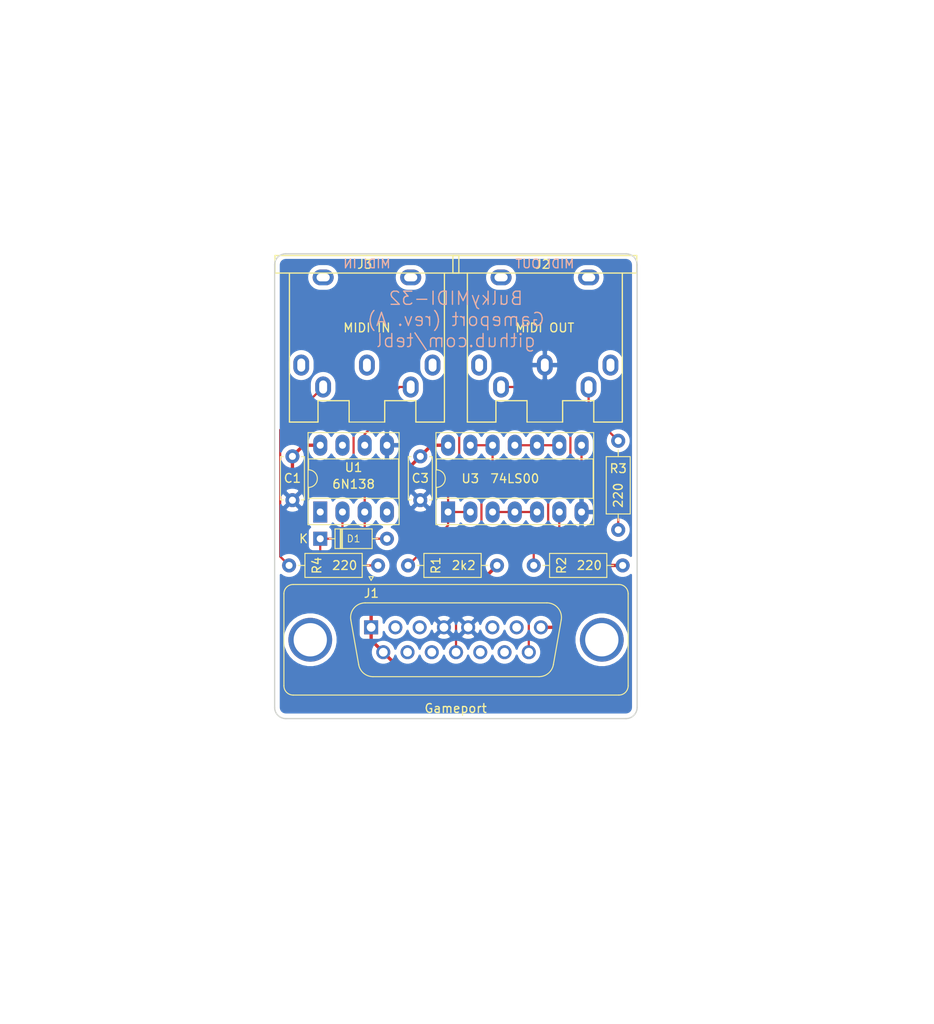
<source format=kicad_pcb>
(kicad_pcb (version 20171130) (host pcbnew "(5.1.8)-1")

  (general
    (thickness 1.6)
    (drawings 11)
    (tracks 84)
    (zones 0)
    (modules 12)
    (nets 14)
  )

  (page A4)
  (layers
    (0 F.Cu signal)
    (31 B.Cu signal)
    (32 B.Adhes user)
    (33 F.Adhes user)
    (34 B.Paste user)
    (35 F.Paste user)
    (36 B.SilkS user)
    (37 F.SilkS user)
    (38 B.Mask user)
    (39 F.Mask user)
    (40 Dwgs.User user)
    (41 Cmts.User user)
    (42 Eco1.User user)
    (43 Eco2.User user)
    (44 Edge.Cuts user)
    (45 Margin user)
    (46 B.CrtYd user)
    (47 F.CrtYd user)
    (48 B.Fab user)
    (49 F.Fab user)
  )

  (setup
    (last_trace_width 0.25)
    (user_trace_width 0.381)
    (trace_clearance 0.2)
    (zone_clearance 0.508)
    (zone_45_only no)
    (trace_min 0.2)
    (via_size 0.6)
    (via_drill 0.4)
    (via_min_size 0.4)
    (via_min_drill 0.3)
    (user_via 1 0.4)
    (uvia_size 0.3)
    (uvia_drill 0.1)
    (uvias_allowed no)
    (uvia_min_size 0.2)
    (uvia_min_drill 0.1)
    (edge_width 0.15)
    (segment_width 0.2)
    (pcb_text_width 0.3)
    (pcb_text_size 1.5 1.5)
    (mod_edge_width 0.15)
    (mod_text_size 1 1)
    (mod_text_width 0.15)
    (pad_size 4 4)
    (pad_drill 3.048)
    (pad_to_mask_clearance 0)
    (aux_axis_origin 0 0)
    (visible_elements 7FFFFFFF)
    (pcbplotparams
      (layerselection 0x011fc_ffffffff)
      (usegerberextensions true)
      (usegerberattributes false)
      (usegerberadvancedattributes false)
      (creategerberjobfile false)
      (excludeedgelayer true)
      (linewidth 0.100000)
      (plotframeref false)
      (viasonmask false)
      (mode 1)
      (useauxorigin false)
      (hpglpennumber 1)
      (hpglpenspeed 20)
      (hpglpendiameter 15.000000)
      (psnegative false)
      (psa4output false)
      (plotreference true)
      (plotvalue true)
      (plotinvisibletext false)
      (padsonsilk false)
      (subtractmaskfromsilk false)
      (outputformat 1)
      (mirror false)
      (drillshape 0)
      (scaleselection 1)
      (outputdirectory "export/"))
  )

  (net 0 "")
  (net 1 GND)
  (net 2 +5V)
  (net 3 "Net-(D1-Pad1)")
  (net 4 "Net-(D1-Pad2)")
  (net 5 "Net-(J2-Pad5)")
  (net 6 "Net-(J2-Pad4)")
  (net 7 "Net-(J3-Pad4)")
  (net 8 "Net-(R1-Pad2)")
  (net 9 MIDI_TxD)
  (net 10 MIDI_RxD)
  (net 11 "Net-(R3-Pad2)")
  (net 12 "Net-(U3-Pad10)")
  (net 13 "Net-(U3-Pad3)")

  (net_class Default "This is the default net class."
    (clearance 0.2)
    (trace_width 0.25)
    (via_dia 0.6)
    (via_drill 0.4)
    (uvia_dia 0.3)
    (uvia_drill 0.1)
    (add_net MIDI_RxD)
    (add_net MIDI_TxD)
    (add_net "Net-(D1-Pad1)")
    (add_net "Net-(D1-Pad2)")
    (add_net "Net-(J2-Pad4)")
    (add_net "Net-(J2-Pad5)")
    (add_net "Net-(J3-Pad4)")
    (add_net "Net-(R1-Pad2)")
    (add_net "Net-(R3-Pad2)")
    (add_net "Net-(U3-Pad10)")
    (add_net "Net-(U3-Pad3)")
  )

  (net_class Power ""
    (clearance 0.2)
    (trace_width 0.381)
    (via_dia 1)
    (via_drill 0.4)
    (uvia_dia 0.3)
    (uvia_drill 0.1)
    (add_net +5V)
    (add_net GND)
  )

  (module BulkyMIDI-32:DIN5_MIDI locked (layer F.Cu) (tedit 61EDF634) (tstamp 61EEA0A9)
    (at 107.95 79.756 180)
    (path /5F99CA21)
    (fp_text reference J3 (at 0.25 11.5 180) (layer F.SilkS)
      (effects (font (size 1 1) (thickness 0.15)))
    )
    (fp_text value "MIDI IN" (at 0 4.25 180) (layer F.SilkS)
      (effects (font (size 1 1) (thickness 0.15)))
    )
    (fp_line (start 0 12.5) (end -10.5 12.5) (layer F.SilkS) (width 0.15))
    (fp_line (start 0 12.5) (end 10.5 12.5) (layer F.SilkS) (width 0.15))
    (fp_line (start 10.5 10.5) (end 10.5 12.5) (layer F.SilkS) (width 0.15))
    (fp_line (start -10.5 10.5) (end 10.5 10.5) (layer F.SilkS) (width 0.15))
    (fp_line (start -10.5 12.5) (end -10.5 10.5) (layer F.SilkS) (width 0.15))
    (fp_line (start 8.85 -6.5) (end 8.85 10.5) (layer F.SilkS) (width 0.15))
    (fp_line (start -8.85 10.5) (end -8.85 -6.5) (layer F.SilkS) (width 0.15))
    (fp_line (start -8.85 -6.5) (end -5.588 -6.5) (layer F.SilkS) (width 0.15))
    (fp_line (start -5.588 -4.064) (end -2.032 -4.064) (layer F.SilkS) (width 0.15))
    (fp_line (start 2.032 -4.064) (end 5.588 -4.064) (layer F.SilkS) (width 0.15))
    (fp_line (start 8.85 -6.5) (end 5.588 -6.5) (layer F.SilkS) (width 0.15))
    (fp_line (start -5.588 -6.5) (end -5.588 -4.064) (layer F.SilkS) (width 0.15))
    (fp_line (start 5.588 -6.5) (end 5.588 -4.064) (layer F.SilkS) (width 0.15))
    (fp_line (start -2.032 -6.5) (end -2.032 -4.064) (layer F.SilkS) (width 0.15))
    (fp_line (start 2.032 -6.5) (end 2.032 -4.064) (layer F.SilkS) (width 0.15))
    (fp_line (start -2.032 -6.5) (end 2.032 -6.5) (layer F.SilkS) (width 0.12))
    (pad 2 thru_hole oval (at 0 0 180) (size 1.8 2.4) (drill oval 0.9 1.5) (layers *.Cu *.Mask))
    (pad "" np_thru_hole oval (at 5 10 180) (size 2.4 1.8) (drill oval 1.5 0.9) (layers *.Cu *.Mask))
    (pad "" np_thru_hole oval (at -5 10 180) (size 2.4 1.8) (drill oval 1.5 0.9) (layers *.Cu *.Mask))
    (pad 1 thru_hole oval (at 7.5 0 180) (size 1.8 2.4) (drill oval 0.9 1.5) (layers *.Cu *.Mask))
    (pad 3 thru_hole oval (at -7.5 0 180) (size 1.8 2.4) (drill oval 0.9 1.5) (layers *.Cu *.Mask))
    (pad 4 thru_hole oval (at 5 -2.5 180) (size 1.8 2.4) (drill oval 0.9 1.5) (layers *.Cu *.Mask)
      (net 7 "Net-(J3-Pad4)"))
    (pad 5 thru_hole oval (at -5 -2.5 180) (size 1.8 2.4) (drill oval 0.9 1.5) (layers *.Cu *.Mask)
      (net 4 "Net-(D1-Pad2)"))
  )

  (module BulkyMIDI-32:DIN5_MIDI locked (layer F.Cu) (tedit 61EDF634) (tstamp 61EEA08E)
    (at 128.27 79.756 180)
    (path /5FBFBE67)
    (fp_text reference J2 (at 0.25 11.5 180) (layer F.SilkS)
      (effects (font (size 1 1) (thickness 0.15)))
    )
    (fp_text value "MIDI OUT" (at 0 4.25 180) (layer F.SilkS)
      (effects (font (size 1 1) (thickness 0.15)))
    )
    (fp_line (start 0 12.5) (end -10.5 12.5) (layer F.SilkS) (width 0.15))
    (fp_line (start 0 12.5) (end 10.5 12.5) (layer F.SilkS) (width 0.15))
    (fp_line (start 10.5 10.5) (end 10.5 12.5) (layer F.SilkS) (width 0.15))
    (fp_line (start -10.5 10.5) (end 10.5 10.5) (layer F.SilkS) (width 0.15))
    (fp_line (start -10.5 12.5) (end -10.5 10.5) (layer F.SilkS) (width 0.15))
    (fp_line (start 8.85 -6.5) (end 8.85 10.5) (layer F.SilkS) (width 0.15))
    (fp_line (start -8.85 10.5) (end -8.85 -6.5) (layer F.SilkS) (width 0.15))
    (fp_line (start -8.85 -6.5) (end -5.588 -6.5) (layer F.SilkS) (width 0.15))
    (fp_line (start -5.588 -4.064) (end -2.032 -4.064) (layer F.SilkS) (width 0.15))
    (fp_line (start 2.032 -4.064) (end 5.588 -4.064) (layer F.SilkS) (width 0.15))
    (fp_line (start 8.85 -6.5) (end 5.588 -6.5) (layer F.SilkS) (width 0.15))
    (fp_line (start -5.588 -6.5) (end -5.588 -4.064) (layer F.SilkS) (width 0.15))
    (fp_line (start 5.588 -6.5) (end 5.588 -4.064) (layer F.SilkS) (width 0.15))
    (fp_line (start -2.032 -6.5) (end -2.032 -4.064) (layer F.SilkS) (width 0.15))
    (fp_line (start 2.032 -6.5) (end 2.032 -4.064) (layer F.SilkS) (width 0.15))
    (fp_line (start -2.032 -6.5) (end 2.032 -6.5) (layer F.SilkS) (width 0.12))
    (pad 2 thru_hole oval (at 0 0 180) (size 1.8 2.4) (drill oval 0.9 1.5) (layers *.Cu *.Mask)
      (net 1 GND))
    (pad "" np_thru_hole oval (at 5 10 180) (size 2.4 1.8) (drill oval 1.5 0.9) (layers *.Cu *.Mask))
    (pad "" np_thru_hole oval (at -5 10 180) (size 2.4 1.8) (drill oval 1.5 0.9) (layers *.Cu *.Mask))
    (pad 1 thru_hole oval (at 7.5 0 180) (size 1.8 2.4) (drill oval 0.9 1.5) (layers *.Cu *.Mask))
    (pad 3 thru_hole oval (at -7.5 0 180) (size 1.8 2.4) (drill oval 0.9 1.5) (layers *.Cu *.Mask))
    (pad 4 thru_hole oval (at 5 -2.5 180) (size 1.8 2.4) (drill oval 0.9 1.5) (layers *.Cu *.Mask)
      (net 6 "Net-(J2-Pad4)"))
    (pad 5 thru_hole oval (at -5 -2.5 180) (size 1.8 2.4) (drill oval 0.9 1.5) (layers *.Cu *.Mask)
      (net 5 "Net-(J2-Pad5)"))
  )

  (module Diode_THT:D_DO-35_SOD27_P7.62mm_Horizontal (layer F.Cu) (tedit 5AE50CD5) (tstamp 6204C294)
    (at 102.616 99.568)
    (descr "Diode, DO-35_SOD27 series, Axial, Horizontal, pin pitch=7.62mm, , length*diameter=4*2mm^2, , http://www.diodes.com/_files/packages/DO-35.pdf")
    (tags "Diode DO-35_SOD27 series Axial Horizontal pin pitch 7.62mm  length 4mm diameter 2mm")
    (path /5F99E152)
    (fp_text reference D1 (at 3.81 0) (layer F.SilkS)
      (effects (font (size 0.8 0.8) (thickness 0.1)))
    )
    (fp_text value 1N4148 (at 3.81 2.12) (layer F.Fab)
      (effects (font (size 1 1) (thickness 0.15)))
    )
    (fp_line (start 1.81 -1) (end 1.81 1) (layer F.Fab) (width 0.1))
    (fp_line (start 1.81 1) (end 5.81 1) (layer F.Fab) (width 0.1))
    (fp_line (start 5.81 1) (end 5.81 -1) (layer F.Fab) (width 0.1))
    (fp_line (start 5.81 -1) (end 1.81 -1) (layer F.Fab) (width 0.1))
    (fp_line (start 0 0) (end 1.81 0) (layer F.Fab) (width 0.1))
    (fp_line (start 7.62 0) (end 5.81 0) (layer F.Fab) (width 0.1))
    (fp_line (start 2.41 -1) (end 2.41 1) (layer F.Fab) (width 0.1))
    (fp_line (start 2.51 -1) (end 2.51 1) (layer F.Fab) (width 0.1))
    (fp_line (start 2.31 -1) (end 2.31 1) (layer F.Fab) (width 0.1))
    (fp_line (start 1.69 -1.12) (end 1.69 1.12) (layer F.SilkS) (width 0.12))
    (fp_line (start 1.69 1.12) (end 5.93 1.12) (layer F.SilkS) (width 0.12))
    (fp_line (start 5.93 1.12) (end 5.93 -1.12) (layer F.SilkS) (width 0.12))
    (fp_line (start 5.93 -1.12) (end 1.69 -1.12) (layer F.SilkS) (width 0.12))
    (fp_line (start 1.04 0) (end 1.69 0) (layer F.SilkS) (width 0.12))
    (fp_line (start 6.58 0) (end 5.93 0) (layer F.SilkS) (width 0.12))
    (fp_line (start 2.41 -1.12) (end 2.41 1.12) (layer F.SilkS) (width 0.12))
    (fp_line (start 2.53 -1.12) (end 2.53 1.12) (layer F.SilkS) (width 0.12))
    (fp_line (start 2.29 -1.12) (end 2.29 1.12) (layer F.SilkS) (width 0.12))
    (fp_line (start -1.05 -1.25) (end -1.05 1.25) (layer F.CrtYd) (width 0.05))
    (fp_line (start -1.05 1.25) (end 8.67 1.25) (layer F.CrtYd) (width 0.05))
    (fp_line (start 8.67 1.25) (end 8.67 -1.25) (layer F.CrtYd) (width 0.05))
    (fp_line (start 8.67 -1.25) (end -1.05 -1.25) (layer F.CrtYd) (width 0.05))
    (fp_text user %R (at 4.11 0) (layer F.Fab)
      (effects (font (size 0.8 0.8) (thickness 0.12)))
    )
    (fp_text user K (at -1.905 0) (layer F.Fab)
      (effects (font (size 1 1) (thickness 0.15)))
    )
    (fp_text user K (at -1.905 0) (layer F.SilkS)
      (effects (font (size 1 1) (thickness 0.15)))
    )
    (pad 1 thru_hole rect (at 0 0) (size 1.6 1.6) (drill 0.8) (layers *.Cu *.Mask)
      (net 3 "Net-(D1-Pad1)"))
    (pad 2 thru_hole oval (at 7.62 0) (size 1.6 1.6) (drill 0.8) (layers *.Cu *.Mask)
      (net 4 "Net-(D1-Pad2)"))
    (model ${KISYS3DMOD}/Diode_THT.3dshapes/D_DO-35_SOD27_P7.62mm_Horizontal.wrl
      (at (xyz 0 0 0))
      (scale (xyz 1 1 1))
      (rotate (xyz 0 0 0))
    )
  )

  (module RND_DSUB:DSUB-15_Male_Vertical_Pitch2.77x2.84mm (layer F.Cu) (tedit 5BC76C20) (tstamp 6204C2D1)
    (at 108.4326 109.6772)
    (descr "15-pin D-Sub connector, straight/vertical, THT-mount, male, pitch 2.77x2.84mm, distance of mounting holes 33.3mm, see https://disti-assets.s3.amazonaws.com/tonar/files/datasheets/16730.pdf")
    (tags "15-pin D-Sub connector straight vertical THT male pitch 2.77x2.84mm mounting holes distance 33.3mm")
    (path /620AD515)
    (fp_text reference J1 (at 0.0254 -3.8862) (layer F.SilkS)
      (effects (font (size 1 1) (thickness 0.15)))
    )
    (fp_text value Gameport (at 9.652 9.2456) (layer F.SilkS)
      (effects (font (size 1 1) (thickness 0.15)))
    )
    (fp_line (start -8.905 -4.83) (end 28.295 -4.83) (layer F.Fab) (width 0.1))
    (fp_line (start 29.295 -3.83) (end 29.295 6.67) (layer F.Fab) (width 0.1))
    (fp_line (start 28.295 7.67) (end -8.905 7.67) (layer F.Fab) (width 0.1))
    (fp_line (start -9.905 6.67) (end -9.905 -3.83) (layer F.Fab) (width 0.1))
    (fp_line (start -8.905 -4.89) (end 28.295 -4.89) (layer F.SilkS) (width 0.12))
    (fp_line (start 29.355 -3.83) (end 29.355 6.67) (layer F.SilkS) (width 0.12))
    (fp_line (start 28.295 7.73) (end -8.905 7.73) (layer F.SilkS) (width 0.12))
    (fp_line (start -9.965 6.67) (end -9.965 -3.83) (layer F.SilkS) (width 0.12))
    (fp_line (start -0.25 -5.784338) (end 0.25 -5.784338) (layer F.SilkS) (width 0.12))
    (fp_line (start 0.25 -5.784338) (end 0 -5.351325) (layer F.SilkS) (width 0.12))
    (fp_line (start 0 -5.351325) (end -0.25 -5.784338) (layer F.SilkS) (width 0.12))
    (fp_line (start -0.698194 -2.73) (end 20.088194 -2.73) (layer F.Fab) (width 0.1))
    (fp_line (start 0.201073 5.57) (end 19.188927 5.57) (layer F.Fab) (width 0.1))
    (fp_line (start 21.663887 -0.852163) (end 20.764619 4.247837) (layer F.Fab) (width 0.1))
    (fp_line (start -2.273887 -0.852163) (end -1.374619 4.247837) (layer F.Fab) (width 0.1))
    (fp_line (start -0.686689 -2.79) (end 20.076689 -2.79) (layer F.SilkS) (width 0.12))
    (fp_line (start 0.212579 5.63) (end 19.177421 5.63) (layer F.SilkS) (width 0.12))
    (fp_line (start 21.71147 -0.841744) (end 20.812202 4.258256) (layer F.SilkS) (width 0.12))
    (fp_line (start -2.32147 -0.841744) (end -1.422202 4.258256) (layer F.SilkS) (width 0.12))
    (fp_line (start -10.45 -5.35) (end -10.45 8.2) (layer F.CrtYd) (width 0.05))
    (fp_line (start -10.45 8.2) (end 29.8 8.2) (layer F.CrtYd) (width 0.05))
    (fp_line (start 29.8 8.2) (end 29.8 -5.35) (layer F.CrtYd) (width 0.05))
    (fp_line (start 29.8 -5.35) (end -10.45 -5.35) (layer F.CrtYd) (width 0.05))
    (fp_arc (start -8.905 -3.83) (end -9.905 -3.83) (angle 90) (layer F.Fab) (width 0.1))
    (fp_arc (start 28.295 -3.83) (end 28.295 -4.83) (angle 90) (layer F.Fab) (width 0.1))
    (fp_arc (start -8.905 6.67) (end -9.905 6.67) (angle -90) (layer F.Fab) (width 0.1))
    (fp_arc (start 28.295 6.67) (end 29.295 6.67) (angle 90) (layer F.Fab) (width 0.1))
    (fp_arc (start -8.905 -3.83) (end -9.965 -3.83) (angle 90) (layer F.SilkS) (width 0.12))
    (fp_arc (start 28.295 -3.83) (end 28.295 -4.89) (angle 90) (layer F.SilkS) (width 0.12))
    (fp_arc (start -8.905 6.67) (end -9.965 6.67) (angle -90) (layer F.SilkS) (width 0.12))
    (fp_arc (start 28.295 6.67) (end 29.355 6.67) (angle 90) (layer F.SilkS) (width 0.12))
    (fp_arc (start -0.698194 -1.13) (end -0.698194 -2.73) (angle -100) (layer F.Fab) (width 0.1))
    (fp_arc (start 20.088194 -1.13) (end 20.088194 -2.73) (angle 100) (layer F.Fab) (width 0.1))
    (fp_arc (start 0.201073 3.97) (end 0.201073 5.57) (angle 80) (layer F.Fab) (width 0.1))
    (fp_arc (start 19.188927 3.97) (end 19.188927 5.57) (angle -80) (layer F.Fab) (width 0.1))
    (fp_arc (start -0.686689 -1.13) (end -0.686689 -2.79) (angle -100) (layer F.SilkS) (width 0.12))
    (fp_arc (start 20.076689 -1.13) (end 20.076689 -2.79) (angle 100) (layer F.SilkS) (width 0.12))
    (fp_arc (start 0.212579 3.97) (end 0.212579 5.63) (angle 80) (layer F.SilkS) (width 0.12))
    (fp_arc (start 19.177421 3.97) (end 19.177421 5.63) (angle -80) (layer F.SilkS) (width 0.12))
    (fp_text user %R (at 9.695 1.42) (layer F.Fab)
      (effects (font (size 1 1) (thickness 0.15)))
    )
    (pad 1 thru_hole rect (at 0 0) (size 1.6 1.6) (drill 1) (layers *.Cu *.Mask)
      (net 2 +5V))
    (pad 2 thru_hole circle (at 2.77 0) (size 1.6 1.6) (drill 1) (layers *.Cu *.Mask))
    (pad 3 thru_hole circle (at 5.54 0) (size 1.6 1.6) (drill 1) (layers *.Cu *.Mask))
    (pad 4 thru_hole circle (at 8.31 0) (size 1.6 1.6) (drill 1) (layers *.Cu *.Mask)
      (net 1 GND))
    (pad 5 thru_hole circle (at 11.08 0) (size 1.6 1.6) (drill 1) (layers *.Cu *.Mask)
      (net 1 GND))
    (pad 6 thru_hole circle (at 13.85 0) (size 1.6 1.6) (drill 1) (layers *.Cu *.Mask))
    (pad 7 thru_hole circle (at 16.62 0) (size 1.6 1.6) (drill 1) (layers *.Cu *.Mask))
    (pad 8 thru_hole circle (at 19.39 0) (size 1.6 1.6) (drill 1) (layers *.Cu *.Mask)
      (net 2 +5V))
    (pad 9 thru_hole circle (at 1.385 2.84) (size 1.6 1.6) (drill 1) (layers *.Cu *.Mask)
      (net 2 +5V))
    (pad 10 thru_hole circle (at 4.155 2.84) (size 1.6 1.6) (drill 1) (layers *.Cu *.Mask))
    (pad 11 thru_hole circle (at 6.925 2.84) (size 1.6 1.6) (drill 1) (layers *.Cu *.Mask))
    (pad 12 thru_hole circle (at 9.695 2.84) (size 1.6 1.6) (drill 1) (layers *.Cu *.Mask)
      (net 9 MIDI_TxD))
    (pad 13 thru_hole circle (at 12.465 2.84) (size 1.6 1.6) (drill 1) (layers *.Cu *.Mask))
    (pad 14 thru_hole circle (at 15.235 2.84) (size 1.6 1.6) (drill 1) (layers *.Cu *.Mask))
    (pad 15 thru_hole circle (at 18.005 2.84) (size 1.6 1.6) (drill 1) (layers *.Cu *.Mask)
      (net 10 MIDI_RxD))
    (pad "" np_thru_hole circle (at -6.955 1.42) (size 5 5) (drill 3.8) (layers *.Cu *.Mask))
    (pad "" np_thru_hole circle (at 26.345 1.42) (size 5 5) (drill 3.8) (layers *.Cu *.Mask))
    (model ${KISYS3DMOD}/Connectors_DSub.3dshapes/DSUB-15_Male_Vertical_Pitch2.77x2.84mm.wrl
      (at (xyz 0 0 0))
      (scale (xyz 1 1 1))
      (rotate (xyz 0 0 0))
    )
  )

  (module Resistor_THT:R_Axial_DIN0207_L6.3mm_D2.5mm_P10.16mm_Horizontal (layer F.Cu) (tedit 5AE5139B) (tstamp 6204C2E8)
    (at 122.809 102.616 180)
    (descr "Resistor, Axial_DIN0207 series, Axial, Horizontal, pin pitch=10.16mm, 0.25W = 1/4W, length*diameter=6.3*2.5mm^2, http://cdn-reichelt.de/documents/datenblatt/B400/1_4W%23YAG.pdf")
    (tags "Resistor Axial_DIN0207 series Axial Horizontal pin pitch 10.16mm 0.25W = 1/4W length 6.3mm diameter 2.5mm")
    (path /6219F0FD)
    (fp_text reference R1 (at 6.985 0 90) (layer F.SilkS)
      (effects (font (size 1 1) (thickness 0.15)))
    )
    (fp_text value 2k2 (at 3.81 0) (layer F.SilkS)
      (effects (font (size 1 1) (thickness 0.15)))
    )
    (fp_line (start 11.21 -1.5) (end -1.05 -1.5) (layer F.CrtYd) (width 0.05))
    (fp_line (start 11.21 1.5) (end 11.21 -1.5) (layer F.CrtYd) (width 0.05))
    (fp_line (start -1.05 1.5) (end 11.21 1.5) (layer F.CrtYd) (width 0.05))
    (fp_line (start -1.05 -1.5) (end -1.05 1.5) (layer F.CrtYd) (width 0.05))
    (fp_line (start 9.12 0) (end 8.35 0) (layer F.SilkS) (width 0.12))
    (fp_line (start 1.04 0) (end 1.81 0) (layer F.SilkS) (width 0.12))
    (fp_line (start 8.35 -1.37) (end 1.81 -1.37) (layer F.SilkS) (width 0.12))
    (fp_line (start 8.35 1.37) (end 8.35 -1.37) (layer F.SilkS) (width 0.12))
    (fp_line (start 1.81 1.37) (end 8.35 1.37) (layer F.SilkS) (width 0.12))
    (fp_line (start 1.81 -1.37) (end 1.81 1.37) (layer F.SilkS) (width 0.12))
    (fp_line (start 10.16 0) (end 8.23 0) (layer F.Fab) (width 0.1))
    (fp_line (start 0 0) (end 1.93 0) (layer F.Fab) (width 0.1))
    (fp_line (start 8.23 -1.25) (end 1.93 -1.25) (layer F.Fab) (width 0.1))
    (fp_line (start 8.23 1.25) (end 8.23 -1.25) (layer F.Fab) (width 0.1))
    (fp_line (start 1.93 1.25) (end 8.23 1.25) (layer F.Fab) (width 0.1))
    (fp_line (start 1.93 -1.25) (end 1.93 1.25) (layer F.Fab) (width 0.1))
    (fp_text user %R (at 6.985 0 90) (layer F.Fab)
      (effects (font (size 1 1) (thickness 0.15)))
    )
    (pad 2 thru_hole oval (at 10.16 0 180) (size 1.6 1.6) (drill 0.8) (layers *.Cu *.Mask)
      (net 8 "Net-(R1-Pad2)"))
    (pad 1 thru_hole circle (at 0 0 180) (size 1.6 1.6) (drill 0.8) (layers *.Cu *.Mask)
      (net 2 +5V))
    (model ${KISYS3DMOD}/Resistor_THT.3dshapes/R_Axial_DIN0207_L6.3mm_D2.5mm_P10.16mm_Horizontal.wrl
      (at (xyz 0 0 0))
      (scale (xyz 1 1 1))
      (rotate (xyz 0 0 0))
    )
  )

  (module Resistor_THT:R_Axial_DIN0207_L6.3mm_D2.5mm_P10.16mm_Horizontal (layer F.Cu) (tedit 5AE5139B) (tstamp 6204C2FF)
    (at 137.16 102.616 180)
    (descr "Resistor, Axial_DIN0207 series, Axial, Horizontal, pin pitch=10.16mm, 0.25W = 1/4W, length*diameter=6.3*2.5mm^2, http://cdn-reichelt.de/documents/datenblatt/B400/1_4W%23YAG.pdf")
    (tags "Resistor Axial_DIN0207 series Axial Horizontal pin pitch 10.16mm 0.25W = 1/4W length 6.3mm diameter 2.5mm")
    (path /5FD00C73)
    (fp_text reference R2 (at 6.985 0 90) (layer F.SilkS)
      (effects (font (size 1 1) (thickness 0.15)))
    )
    (fp_text value 220 (at 3.81 0) (layer F.SilkS)
      (effects (font (size 1 1) (thickness 0.15)))
    )
    (fp_line (start 1.93 -1.25) (end 1.93 1.25) (layer F.Fab) (width 0.1))
    (fp_line (start 1.93 1.25) (end 8.23 1.25) (layer F.Fab) (width 0.1))
    (fp_line (start 8.23 1.25) (end 8.23 -1.25) (layer F.Fab) (width 0.1))
    (fp_line (start 8.23 -1.25) (end 1.93 -1.25) (layer F.Fab) (width 0.1))
    (fp_line (start 0 0) (end 1.93 0) (layer F.Fab) (width 0.1))
    (fp_line (start 10.16 0) (end 8.23 0) (layer F.Fab) (width 0.1))
    (fp_line (start 1.81 -1.37) (end 1.81 1.37) (layer F.SilkS) (width 0.12))
    (fp_line (start 1.81 1.37) (end 8.35 1.37) (layer F.SilkS) (width 0.12))
    (fp_line (start 8.35 1.37) (end 8.35 -1.37) (layer F.SilkS) (width 0.12))
    (fp_line (start 8.35 -1.37) (end 1.81 -1.37) (layer F.SilkS) (width 0.12))
    (fp_line (start 1.04 0) (end 1.81 0) (layer F.SilkS) (width 0.12))
    (fp_line (start 9.12 0) (end 8.35 0) (layer F.SilkS) (width 0.12))
    (fp_line (start -1.05 -1.5) (end -1.05 1.5) (layer F.CrtYd) (width 0.05))
    (fp_line (start -1.05 1.5) (end 11.21 1.5) (layer F.CrtYd) (width 0.05))
    (fp_line (start 11.21 1.5) (end 11.21 -1.5) (layer F.CrtYd) (width 0.05))
    (fp_line (start 11.21 -1.5) (end -1.05 -1.5) (layer F.CrtYd) (width 0.05))
    (fp_text user %R (at 6.985 0 90) (layer F.Fab)
      (effects (font (size 1 1) (thickness 0.15)))
    )
    (pad 1 thru_hole circle (at 0 0 180) (size 1.6 1.6) (drill 0.8) (layers *.Cu *.Mask)
      (net 2 +5V))
    (pad 2 thru_hole oval (at 10.16 0 180) (size 1.6 1.6) (drill 0.8) (layers *.Cu *.Mask)
      (net 6 "Net-(J2-Pad4)"))
    (model ${KISYS3DMOD}/Resistor_THT.3dshapes/R_Axial_DIN0207_L6.3mm_D2.5mm_P10.16mm_Horizontal.wrl
      (at (xyz 0 0 0))
      (scale (xyz 1 1 1))
      (rotate (xyz 0 0 0))
    )
  )

  (module Resistor_THT:R_Axial_DIN0207_L6.3mm_D2.5mm_P10.16mm_Horizontal (layer F.Cu) (tedit 5AE5139B) (tstamp 62059B4B)
    (at 136.652 88.392 270)
    (descr "Resistor, Axial_DIN0207 series, Axial, Horizontal, pin pitch=10.16mm, 0.25W = 1/4W, length*diameter=6.3*2.5mm^2, http://cdn-reichelt.de/documents/datenblatt/B400/1_4W%23YAG.pdf")
    (tags "Resistor Axial_DIN0207 series Axial Horizontal pin pitch 10.16mm 0.25W = 1/4W length 6.3mm diameter 2.5mm")
    (path /622D9678)
    (fp_text reference R3 (at 3.175 0 180) (layer F.SilkS)
      (effects (font (size 1 1) (thickness 0.15)))
    )
    (fp_text value 220 (at 6.223 0 90) (layer F.SilkS)
      (effects (font (size 1 1) (thickness 0.15)))
    )
    (fp_line (start 11.21 -1.5) (end -1.05 -1.5) (layer F.CrtYd) (width 0.05))
    (fp_line (start 11.21 1.5) (end 11.21 -1.5) (layer F.CrtYd) (width 0.05))
    (fp_line (start -1.05 1.5) (end 11.21 1.5) (layer F.CrtYd) (width 0.05))
    (fp_line (start -1.05 -1.5) (end -1.05 1.5) (layer F.CrtYd) (width 0.05))
    (fp_line (start 9.12 0) (end 8.35 0) (layer F.SilkS) (width 0.12))
    (fp_line (start 1.04 0) (end 1.81 0) (layer F.SilkS) (width 0.12))
    (fp_line (start 8.35 -1.37) (end 1.81 -1.37) (layer F.SilkS) (width 0.12))
    (fp_line (start 8.35 1.37) (end 8.35 -1.37) (layer F.SilkS) (width 0.12))
    (fp_line (start 1.81 1.37) (end 8.35 1.37) (layer F.SilkS) (width 0.12))
    (fp_line (start 1.81 -1.37) (end 1.81 1.37) (layer F.SilkS) (width 0.12))
    (fp_line (start 10.16 0) (end 8.23 0) (layer F.Fab) (width 0.1))
    (fp_line (start 0 0) (end 1.93 0) (layer F.Fab) (width 0.1))
    (fp_line (start 8.23 -1.25) (end 1.93 -1.25) (layer F.Fab) (width 0.1))
    (fp_line (start 8.23 1.25) (end 8.23 -1.25) (layer F.Fab) (width 0.1))
    (fp_line (start 1.93 1.25) (end 8.23 1.25) (layer F.Fab) (width 0.1))
    (fp_line (start 1.93 -1.25) (end 1.93 1.25) (layer F.Fab) (width 0.1))
    (fp_text user %R (at 3.175 0 180) (layer F.Fab)
      (effects (font (size 1 1) (thickness 0.15)))
    )
    (pad 2 thru_hole oval (at 10.16 0 270) (size 1.6 1.6) (drill 0.8) (layers *.Cu *.Mask)
      (net 11 "Net-(R3-Pad2)"))
    (pad 1 thru_hole circle (at 0 0 270) (size 1.6 1.6) (drill 0.8) (layers *.Cu *.Mask)
      (net 5 "Net-(J2-Pad5)"))
    (model ${KISYS3DMOD}/Resistor_THT.3dshapes/R_Axial_DIN0207_L6.3mm_D2.5mm_P10.16mm_Horizontal.wrl
      (at (xyz 0 0 0))
      (scale (xyz 1 1 1))
      (rotate (xyz 0 0 0))
    )
  )

  (module Resistor_THT:R_Axial_DIN0207_L6.3mm_D2.5mm_P10.16mm_Horizontal (layer F.Cu) (tedit 5AE5139B) (tstamp 6204C32D)
    (at 109.22 102.616 180)
    (descr "Resistor, Axial_DIN0207 series, Axial, Horizontal, pin pitch=10.16mm, 0.25W = 1/4W, length*diameter=6.3*2.5mm^2, http://cdn-reichelt.de/documents/datenblatt/B400/1_4W%23YAG.pdf")
    (tags "Resistor Axial_DIN0207 series Axial Horizontal pin pitch 10.16mm 0.25W = 1/4W length 6.3mm diameter 2.5mm")
    (path /5F99E885)
    (fp_text reference R4 (at 6.985 0 90) (layer F.SilkS)
      (effects (font (size 1 1) (thickness 0.15)))
    )
    (fp_text value 220 (at 3.81 0) (layer F.SilkS)
      (effects (font (size 1 1) (thickness 0.15)))
    )
    (fp_line (start 1.93 -1.25) (end 1.93 1.25) (layer F.Fab) (width 0.1))
    (fp_line (start 1.93 1.25) (end 8.23 1.25) (layer F.Fab) (width 0.1))
    (fp_line (start 8.23 1.25) (end 8.23 -1.25) (layer F.Fab) (width 0.1))
    (fp_line (start 8.23 -1.25) (end 1.93 -1.25) (layer F.Fab) (width 0.1))
    (fp_line (start 0 0) (end 1.93 0) (layer F.Fab) (width 0.1))
    (fp_line (start 10.16 0) (end 8.23 0) (layer F.Fab) (width 0.1))
    (fp_line (start 1.81 -1.37) (end 1.81 1.37) (layer F.SilkS) (width 0.12))
    (fp_line (start 1.81 1.37) (end 8.35 1.37) (layer F.SilkS) (width 0.12))
    (fp_line (start 8.35 1.37) (end 8.35 -1.37) (layer F.SilkS) (width 0.12))
    (fp_line (start 8.35 -1.37) (end 1.81 -1.37) (layer F.SilkS) (width 0.12))
    (fp_line (start 1.04 0) (end 1.81 0) (layer F.SilkS) (width 0.12))
    (fp_line (start 9.12 0) (end 8.35 0) (layer F.SilkS) (width 0.12))
    (fp_line (start -1.05 -1.5) (end -1.05 1.5) (layer F.CrtYd) (width 0.05))
    (fp_line (start -1.05 1.5) (end 11.21 1.5) (layer F.CrtYd) (width 0.05))
    (fp_line (start 11.21 1.5) (end 11.21 -1.5) (layer F.CrtYd) (width 0.05))
    (fp_line (start 11.21 -1.5) (end -1.05 -1.5) (layer F.CrtYd) (width 0.05))
    (fp_text user %R (at 6.985 0 90) (layer F.Fab)
      (effects (font (size 1 1) (thickness 0.15)))
    )
    (pad 1 thru_hole circle (at 0 0 180) (size 1.6 1.6) (drill 0.8) (layers *.Cu *.Mask)
      (net 3 "Net-(D1-Pad1)"))
    (pad 2 thru_hole oval (at 10.16 0 180) (size 1.6 1.6) (drill 0.8) (layers *.Cu *.Mask)
      (net 7 "Net-(J3-Pad4)"))
    (model ${KISYS3DMOD}/Resistor_THT.3dshapes/R_Axial_DIN0207_L6.3mm_D2.5mm_P10.16mm_Horizontal.wrl
      (at (xyz 0 0 0))
      (scale (xyz 1 1 1))
      (rotate (xyz 0 0 0))
    )
  )

  (module Package_DIP:DIP-8_W7.62mm_Socket_LongPads (layer F.Cu) (tedit 5A02E8C5) (tstamp 6204C351)
    (at 102.616 96.52 90)
    (descr "8-lead though-hole mounted DIP package, row spacing 7.62 mm (300 mils), Socket, LongPads")
    (tags "THT DIP DIL PDIP 2.54mm 7.62mm 300mil Socket LongPads")
    (path /62109585)
    (fp_text reference U1 (at 5.08 3.81 180) (layer F.SilkS)
      (effects (font (size 1 1) (thickness 0.15)))
    )
    (fp_text value 6N138 (at 3.175 3.81 180) (layer F.SilkS)
      (effects (font (size 1 1) (thickness 0.15)))
    )
    (fp_line (start 1.635 -1.27) (end 6.985 -1.27) (layer F.Fab) (width 0.1))
    (fp_line (start 6.985 -1.27) (end 6.985 8.89) (layer F.Fab) (width 0.1))
    (fp_line (start 6.985 8.89) (end 0.635 8.89) (layer F.Fab) (width 0.1))
    (fp_line (start 0.635 8.89) (end 0.635 -0.27) (layer F.Fab) (width 0.1))
    (fp_line (start 0.635 -0.27) (end 1.635 -1.27) (layer F.Fab) (width 0.1))
    (fp_line (start -1.27 -1.33) (end -1.27 8.95) (layer F.Fab) (width 0.1))
    (fp_line (start -1.27 8.95) (end 8.89 8.95) (layer F.Fab) (width 0.1))
    (fp_line (start 8.89 8.95) (end 8.89 -1.33) (layer F.Fab) (width 0.1))
    (fp_line (start 8.89 -1.33) (end -1.27 -1.33) (layer F.Fab) (width 0.1))
    (fp_line (start 2.81 -1.33) (end 1.56 -1.33) (layer F.SilkS) (width 0.12))
    (fp_line (start 1.56 -1.33) (end 1.56 8.95) (layer F.SilkS) (width 0.12))
    (fp_line (start 1.56 8.95) (end 6.06 8.95) (layer F.SilkS) (width 0.12))
    (fp_line (start 6.06 8.95) (end 6.06 -1.33) (layer F.SilkS) (width 0.12))
    (fp_line (start 6.06 -1.33) (end 4.81 -1.33) (layer F.SilkS) (width 0.12))
    (fp_line (start -1.44 -1.39) (end -1.44 9.01) (layer F.SilkS) (width 0.12))
    (fp_line (start -1.44 9.01) (end 9.06 9.01) (layer F.SilkS) (width 0.12))
    (fp_line (start 9.06 9.01) (end 9.06 -1.39) (layer F.SilkS) (width 0.12))
    (fp_line (start 9.06 -1.39) (end -1.44 -1.39) (layer F.SilkS) (width 0.12))
    (fp_line (start -1.55 -1.6) (end -1.55 9.2) (layer F.CrtYd) (width 0.05))
    (fp_line (start -1.55 9.2) (end 9.15 9.2) (layer F.CrtYd) (width 0.05))
    (fp_line (start 9.15 9.2) (end 9.15 -1.6) (layer F.CrtYd) (width 0.05))
    (fp_line (start 9.15 -1.6) (end -1.55 -1.6) (layer F.CrtYd) (width 0.05))
    (fp_arc (start 3.81 -1.33) (end 2.81 -1.33) (angle -180) (layer F.SilkS) (width 0.12))
    (fp_text user %R (at 5.08 3.81 180) (layer F.Fab)
      (effects (font (size 1 1) (thickness 0.15)))
    )
    (pad 1 thru_hole rect (at 0 0 90) (size 2.4 1.6) (drill 0.8) (layers *.Cu *.Mask))
    (pad 5 thru_hole oval (at 7.62 7.62 90) (size 2.4 1.6) (drill 0.8) (layers *.Cu *.Mask)
      (net 1 GND))
    (pad 2 thru_hole oval (at 0 2.54 90) (size 2.4 1.6) (drill 0.8) (layers *.Cu *.Mask)
      (net 3 "Net-(D1-Pad1)"))
    (pad 6 thru_hole oval (at 7.62 5.08 90) (size 2.4 1.6) (drill 0.8) (layers *.Cu *.Mask)
      (net 8 "Net-(R1-Pad2)"))
    (pad 3 thru_hole oval (at 0 5.08 90) (size 2.4 1.6) (drill 0.8) (layers *.Cu *.Mask)
      (net 4 "Net-(D1-Pad2)"))
    (pad 7 thru_hole oval (at 7.62 2.54 90) (size 2.4 1.6) (drill 0.8) (layers *.Cu *.Mask))
    (pad 4 thru_hole oval (at 0 7.62 90) (size 2.4 1.6) (drill 0.8) (layers *.Cu *.Mask))
    (pad 8 thru_hole oval (at 7.62 0 90) (size 2.4 1.6) (drill 0.8) (layers *.Cu *.Mask)
      (net 2 +5V))
    (model ${KISYS3DMOD}/Package_DIP.3dshapes/DIP-8_W7.62mm_Socket.wrl
      (at (xyz 0 0 0))
      (scale (xyz 1 1 1))
      (rotate (xyz 0 0 0))
    )
  )

  (module Package_DIP:DIP-14_W7.62mm_Socket_LongPads (layer F.Cu) (tedit 5A02E8C5) (tstamp 6204C37B)
    (at 117.221 96.52 90)
    (descr "14-lead though-hole mounted DIP package, row spacing 7.62 mm (300 mils), Socket, LongPads")
    (tags "THT DIP DIL PDIP 2.54mm 7.62mm 300mil Socket LongPads")
    (path /620D2C7D)
    (fp_text reference U3 (at 3.81 2.54 180) (layer F.SilkS)
      (effects (font (size 1 1) (thickness 0.15)))
    )
    (fp_text value 74LS00 (at 3.81 7.62 180) (layer F.SilkS)
      (effects (font (size 1 1) (thickness 0.15)))
    )
    (fp_line (start 1.635 -1.27) (end 6.985 -1.27) (layer F.Fab) (width 0.1))
    (fp_line (start 6.985 -1.27) (end 6.985 16.51) (layer F.Fab) (width 0.1))
    (fp_line (start 6.985 16.51) (end 0.635 16.51) (layer F.Fab) (width 0.1))
    (fp_line (start 0.635 16.51) (end 0.635 -0.27) (layer F.Fab) (width 0.1))
    (fp_line (start 0.635 -0.27) (end 1.635 -1.27) (layer F.Fab) (width 0.1))
    (fp_line (start -1.27 -1.33) (end -1.27 16.57) (layer F.Fab) (width 0.1))
    (fp_line (start -1.27 16.57) (end 8.89 16.57) (layer F.Fab) (width 0.1))
    (fp_line (start 8.89 16.57) (end 8.89 -1.33) (layer F.Fab) (width 0.1))
    (fp_line (start 8.89 -1.33) (end -1.27 -1.33) (layer F.Fab) (width 0.1))
    (fp_line (start 2.81 -1.33) (end 1.56 -1.33) (layer F.SilkS) (width 0.12))
    (fp_line (start 1.56 -1.33) (end 1.56 16.57) (layer F.SilkS) (width 0.12))
    (fp_line (start 1.56 16.57) (end 6.06 16.57) (layer F.SilkS) (width 0.12))
    (fp_line (start 6.06 16.57) (end 6.06 -1.33) (layer F.SilkS) (width 0.12))
    (fp_line (start 6.06 -1.33) (end 4.81 -1.33) (layer F.SilkS) (width 0.12))
    (fp_line (start -1.44 -1.39) (end -1.44 16.63) (layer F.SilkS) (width 0.12))
    (fp_line (start -1.44 16.63) (end 9.06 16.63) (layer F.SilkS) (width 0.12))
    (fp_line (start 9.06 16.63) (end 9.06 -1.39) (layer F.SilkS) (width 0.12))
    (fp_line (start 9.06 -1.39) (end -1.44 -1.39) (layer F.SilkS) (width 0.12))
    (fp_line (start -1.55 -1.6) (end -1.55 16.85) (layer F.CrtYd) (width 0.05))
    (fp_line (start -1.55 16.85) (end 9.15 16.85) (layer F.CrtYd) (width 0.05))
    (fp_line (start 9.15 16.85) (end 9.15 -1.6) (layer F.CrtYd) (width 0.05))
    (fp_line (start 9.15 -1.6) (end -1.55 -1.6) (layer F.CrtYd) (width 0.05))
    (fp_arc (start 3.81 -1.33) (end 2.81 -1.33) (angle -180) (layer F.SilkS) (width 0.12))
    (fp_text user %R (at 3.81 2.54 180) (layer F.Fab)
      (effects (font (size 1 1) (thickness 0.15)))
    )
    (pad 1 thru_hole rect (at 0 0 90) (size 2.4 1.6) (drill 0.8) (layers *.Cu *.Mask)
      (net 8 "Net-(R1-Pad2)"))
    (pad 8 thru_hole oval (at 7.62 15.24 90) (size 2.4 1.6) (drill 0.8) (layers *.Cu *.Mask)
      (net 11 "Net-(R3-Pad2)"))
    (pad 2 thru_hole oval (at 0 2.54 90) (size 2.4 1.6) (drill 0.8) (layers *.Cu *.Mask)
      (net 8 "Net-(R1-Pad2)"))
    (pad 9 thru_hole oval (at 7.62 12.7 90) (size 2.4 1.6) (drill 0.8) (layers *.Cu *.Mask)
      (net 12 "Net-(U3-Pad10)"))
    (pad 3 thru_hole oval (at 0 5.08 90) (size 2.4 1.6) (drill 0.8) (layers *.Cu *.Mask)
      (net 13 "Net-(U3-Pad3)"))
    (pad 10 thru_hole oval (at 7.62 10.16 90) (size 2.4 1.6) (drill 0.8) (layers *.Cu *.Mask)
      (net 12 "Net-(U3-Pad10)"))
    (pad 4 thru_hole oval (at 0 7.62 90) (size 2.4 1.6) (drill 0.8) (layers *.Cu *.Mask)
      (net 13 "Net-(U3-Pad3)"))
    (pad 11 thru_hole oval (at 7.62 7.62 90) (size 2.4 1.6) (drill 0.8) (layers *.Cu *.Mask)
      (net 12 "Net-(U3-Pad10)"))
    (pad 5 thru_hole oval (at 0 10.16 90) (size 2.4 1.6) (drill 0.8) (layers *.Cu *.Mask)
      (net 13 "Net-(U3-Pad3)"))
    (pad 12 thru_hole oval (at 7.62 5.08 90) (size 2.4 1.6) (drill 0.8) (layers *.Cu *.Mask)
      (net 9 MIDI_TxD))
    (pad 6 thru_hole oval (at 0 12.7 90) (size 2.4 1.6) (drill 0.8) (layers *.Cu *.Mask)
      (net 10 MIDI_RxD))
    (pad 13 thru_hole oval (at 7.62 2.54 90) (size 2.4 1.6) (drill 0.8) (layers *.Cu *.Mask)
      (net 9 MIDI_TxD))
    (pad 7 thru_hole oval (at 0 15.24 90) (size 2.4 1.6) (drill 0.8) (layers *.Cu *.Mask)
      (net 1 GND))
    (pad 14 thru_hole oval (at 7.62 0 90) (size 2.4 1.6) (drill 0.8) (layers *.Cu *.Mask)
      (net 2 +5V))
    (model ${KISYS3DMOD}/Package_DIP.3dshapes/DIP-14_W7.62mm_Socket.wrl
      (at (xyz 0 0 0))
      (scale (xyz 1 1 1))
      (rotate (xyz 0 0 0))
    )
  )

  (module Capacitor_THT:C_Disc_D4.7mm_W2.5mm_P5.00mm (layer F.Cu) (tedit 5AE50EF0) (tstamp 6205996A)
    (at 99.441 90.17 270)
    (descr "C, Disc series, Radial, pin pitch=5.00mm, , diameter*width=4.7*2.5mm^2, Capacitor, http://www.vishay.com/docs/45233/krseries.pdf")
    (tags "C Disc series Radial pin pitch 5.00mm  diameter 4.7mm width 2.5mm Capacitor")
    (path /5F0DF157)
    (fp_text reference C1 (at 2.5 0 180) (layer F.SilkS)
      (effects (font (size 1 1) (thickness 0.15)))
    )
    (fp_text value 100nF (at 2.5 2.5 90) (layer F.Fab)
      (effects (font (size 1 1) (thickness 0.15)))
    )
    (fp_line (start 6.05 -1.5) (end -1.05 -1.5) (layer F.CrtYd) (width 0.05))
    (fp_line (start 6.05 1.5) (end 6.05 -1.5) (layer F.CrtYd) (width 0.05))
    (fp_line (start -1.05 1.5) (end 6.05 1.5) (layer F.CrtYd) (width 0.05))
    (fp_line (start -1.05 -1.5) (end -1.05 1.5) (layer F.CrtYd) (width 0.05))
    (fp_line (start 4.97 1.055) (end 4.97 1.37) (layer F.SilkS) (width 0.12))
    (fp_line (start 4.97 -1.37) (end 4.97 -1.055) (layer F.SilkS) (width 0.12))
    (fp_line (start 0.03 1.055) (end 0.03 1.37) (layer F.SilkS) (width 0.12))
    (fp_line (start 0.03 -1.37) (end 0.03 -1.055) (layer F.SilkS) (width 0.12))
    (fp_line (start 0.03 1.37) (end 4.97 1.37) (layer F.SilkS) (width 0.12))
    (fp_line (start 0.03 -1.37) (end 4.97 -1.37) (layer F.SilkS) (width 0.12))
    (fp_line (start 4.85 -1.25) (end 0.15 -1.25) (layer F.Fab) (width 0.1))
    (fp_line (start 4.85 1.25) (end 4.85 -1.25) (layer F.Fab) (width 0.1))
    (fp_line (start 0.15 1.25) (end 4.85 1.25) (layer F.Fab) (width 0.1))
    (fp_line (start 0.15 -1.25) (end 0.15 1.25) (layer F.Fab) (width 0.1))
    (fp_text user %R (at 2.5 0 180) (layer F.Fab)
      (effects (font (size 0.94 0.94) (thickness 0.141)))
    )
    (pad 1 thru_hole circle (at 0 0 270) (size 1.6 1.6) (drill 0.8) (layers *.Cu *.Mask)
      (net 2 +5V))
    (pad 2 thru_hole circle (at 5 0 270) (size 1.6 1.6) (drill 0.8) (layers *.Cu *.Mask)
      (net 1 GND))
    (model ${KISYS3DMOD}/Capacitor_THT.3dshapes/C_Disc_D4.7mm_W2.5mm_P5.00mm.wrl
      (at (xyz 0 0 0))
      (scale (xyz 1 1 1))
      (rotate (xyz 0 0 0))
    )
  )

  (module Capacitor_THT:C_Disc_D4.7mm_W2.5mm_P5.00mm (layer F.Cu) (tedit 5AE50EF0) (tstamp 6205997E)
    (at 114.046 90.17 270)
    (descr "C, Disc series, Radial, pin pitch=5.00mm, , diameter*width=4.7*2.5mm^2, Capacitor, http://www.vishay.com/docs/45233/krseries.pdf")
    (tags "C Disc series Radial pin pitch 5.00mm  diameter 4.7mm width 2.5mm Capacitor")
    (path /6257FB01)
    (fp_text reference C3 (at 2.5 0 180) (layer F.SilkS)
      (effects (font (size 1 1) (thickness 0.15)))
    )
    (fp_text value 100nF (at 2.5 2.5 90) (layer F.Fab)
      (effects (font (size 1 1) (thickness 0.15)))
    )
    (fp_text user %R (at 2.5 0 180) (layer F.Fab)
      (effects (font (size 0.94 0.94) (thickness 0.141)))
    )
    (fp_line (start 0.15 -1.25) (end 0.15 1.25) (layer F.Fab) (width 0.1))
    (fp_line (start 0.15 1.25) (end 4.85 1.25) (layer F.Fab) (width 0.1))
    (fp_line (start 4.85 1.25) (end 4.85 -1.25) (layer F.Fab) (width 0.1))
    (fp_line (start 4.85 -1.25) (end 0.15 -1.25) (layer F.Fab) (width 0.1))
    (fp_line (start 0.03 -1.37) (end 4.97 -1.37) (layer F.SilkS) (width 0.12))
    (fp_line (start 0.03 1.37) (end 4.97 1.37) (layer F.SilkS) (width 0.12))
    (fp_line (start 0.03 -1.37) (end 0.03 -1.055) (layer F.SilkS) (width 0.12))
    (fp_line (start 0.03 1.055) (end 0.03 1.37) (layer F.SilkS) (width 0.12))
    (fp_line (start 4.97 -1.37) (end 4.97 -1.055) (layer F.SilkS) (width 0.12))
    (fp_line (start 4.97 1.055) (end 4.97 1.37) (layer F.SilkS) (width 0.12))
    (fp_line (start -1.05 -1.5) (end -1.05 1.5) (layer F.CrtYd) (width 0.05))
    (fp_line (start -1.05 1.5) (end 6.05 1.5) (layer F.CrtYd) (width 0.05))
    (fp_line (start 6.05 1.5) (end 6.05 -1.5) (layer F.CrtYd) (width 0.05))
    (fp_line (start 6.05 -1.5) (end -1.05 -1.5) (layer F.CrtYd) (width 0.05))
    (pad 2 thru_hole circle (at 5 0 270) (size 1.6 1.6) (drill 0.8) (layers *.Cu *.Mask)
      (net 1 GND))
    (pad 1 thru_hole circle (at 0 0 270) (size 1.6 1.6) (drill 0.8) (layers *.Cu *.Mask)
      (net 2 +5V))
    (model ${KISYS3DMOD}/Capacitor_THT.3dshapes/C_Disc_D4.7mm_W2.5mm_P5.00mm.wrl
      (at (xyz 0 0 0))
      (scale (xyz 1 1 1))
      (rotate (xyz 0 0 0))
    )
  )

  (gr_text "MIDI OUT" (at 128.27 68.199) (layer B.SilkS)
    (effects (font (size 1 1) (thickness 0.15)) (justify mirror))
  )
  (gr_text "MIDI IN" (at 107.95 68.199) (layer B.SilkS)
    (effects (font (size 1 1) (thickness 0.15)) (justify mirror))
  )
  (gr_line (start 98.679 120.0912) (end 137.541 120.0912) (angle 90) (layer Edge.Cuts) (width 0.15) (tstamp 62058083))
  (gr_arc (start 98.679 118.8212) (end 98.679 120.0912) (angle 90) (layer Edge.Cuts) (width 0.15) (tstamp 62058082))
  (gr_arc (start 137.541 118.8212) (end 138.811 118.8212) (angle 90) (layer Edge.Cuts) (width 0.15) (tstamp 62058081))
  (gr_line (start 97.409 118.8212) (end 97.409 68.326) (layer Edge.Cuts) (width 0.15) (tstamp 6205807C))
  (gr_text "BulkyMIDI-32\nGameport (rev. A)\ngithub.com/tebl" (at 118.11 74.549) (layer B.SilkS)
    (effects (font (size 1.5 1.5) (thickness 0.15)) (justify mirror))
  )
  (gr_line (start 138.811 118.8212) (end 138.811 68.326) (layer Edge.Cuts) (width 0.15) (tstamp 5FFCF9EB))
  (gr_line (start 137.541 67.056) (end 98.679 67.056) (angle 90) (layer Edge.Cuts) (width 0.15))
  (gr_arc (start 98.679 68.326) (end 97.409 68.326) (angle 90) (layer Edge.Cuts) (width 0.15))
  (gr_arc (start 137.541 68.326) (end 137.541 67.056) (angle 90) (layer Edge.Cuts) (width 0.15))

  (segment (start 100.711 88.9) (end 99.441 90.17) (width 0.381) (layer F.Cu) (net 2) (status 20))
  (segment (start 102.616 88.9) (end 100.711 88.9) (width 0.381) (layer F.Cu) (net 2) (status 10))
  (segment (start 108.4326 111.1322) (end 109.8176 112.5172) (width 0.381) (layer F.Cu) (net 2))
  (segment (start 108.4326 109.6772) (end 108.4326 111.1322) (width 0.381) (layer F.Cu) (net 2))
  (segment (start 127.8226 109.6772) (end 130.2512 109.6772) (width 0.381) (layer F.Cu) (net 2))
  (segment (start 121.158 104.267) (end 122.809 102.616) (width 0.381) (layer F.Cu) (net 2))
  (segment (start 110.871 104.267) (end 121.158 104.267) (width 0.381) (layer F.Cu) (net 2))
  (segment (start 108.4326 106.7054) (end 110.871 104.267) (width 0.381) (layer F.Cu) (net 2))
  (segment (start 108.4326 109.6772) (end 108.4326 106.7054) (width 0.381) (layer F.Cu) (net 2))
  (segment (start 105.9942 104.267) (end 108.4326 106.7054) (width 0.381) (layer F.Cu) (net 2))
  (segment (start 102.616 104.267) (end 105.9942 104.267) (width 0.381) (layer F.Cu) (net 2))
  (segment (start 100.965 102.616) (end 102.616 104.267) (width 0.381) (layer F.Cu) (net 2))
  (segment (start 100.965 94.107) (end 100.965 102.616) (width 0.381) (layer F.Cu) (net 2))
  (segment (start 99.441 92.583) (end 100.965 94.107) (width 0.381) (layer F.Cu) (net 2))
  (segment (start 99.441 90.17) (end 99.441 92.583) (width 0.381) (layer F.Cu) (net 2))
  (segment (start 110.871 101.727) (end 110.871 104.267) (width 0.381) (layer F.Cu) (net 2))
  (segment (start 112.395 100.203) (end 110.871 101.727) (width 0.381) (layer F.Cu) (net 2))
  (segment (start 112.395 91.821) (end 112.395 100.203) (width 0.381) (layer F.Cu) (net 2))
  (segment (start 114.046 90.17) (end 112.395 91.821) (width 0.381) (layer F.Cu) (net 2))
  (segment (start 111.6004 114.3) (end 109.8176 112.5172) (width 0.381) (layer F.Cu) (net 2))
  (segment (start 127.127 114.3) (end 111.6004 114.3) (width 0.381) (layer F.Cu) (net 2))
  (segment (start 130.2512 111.1758) (end 127.127 114.3) (width 0.381) (layer F.Cu) (net 2))
  (segment (start 130.2512 109.6772) (end 130.2512 111.1758) (width 0.381) (layer F.Cu) (net 2))
  (segment (start 130.2512 109.6772) (end 130.2512 104.0638) (width 0.381) (layer F.Cu) (net 2))
  (segment (start 131.699 102.616) (end 137.16 102.616) (width 0.381) (layer F.Cu) (net 2))
  (segment (start 130.2512 104.0638) (end 131.699 102.616) (width 0.381) (layer F.Cu) (net 2))
  (segment (start 115.316 88.9) (end 114.046 90.17) (width 0.381) (layer F.Cu) (net 2))
  (segment (start 117.221 88.9) (end 115.316 88.9) (width 0.381) (layer F.Cu) (net 2))
  (segment (start 102.616 99.568) (end 102.616 101.854) (width 0.25) (layer F.Cu) (net 3) (status 10))
  (segment (start 103.378 102.616) (end 109.22 102.616) (width 0.25) (layer F.Cu) (net 3) (status 20))
  (segment (start 102.616 101.854) (end 103.378 102.616) (width 0.25) (layer F.Cu) (net 3))
  (segment (start 104.013 99.568) (end 102.616 99.568) (width 0.25) (layer F.Cu) (net 3) (status 20))
  (segment (start 105.156 98.425) (end 104.013 99.568) (width 0.25) (layer F.Cu) (net 3))
  (segment (start 105.156 96.52) (end 105.156 98.425) (width 0.25) (layer F.Cu) (net 3) (status 10))
  (segment (start 108.839 99.568) (end 110.236 99.568) (width 0.25) (layer F.Cu) (net 4) (status 20))
  (segment (start 107.696 98.425) (end 108.839 99.568) (width 0.25) (layer F.Cu) (net 4))
  (segment (start 107.696 96.52) (end 107.696 98.425) (width 0.25) (layer F.Cu) (net 4) (status 10))
  (segment (start 107.696 94.488) (end 107.696 96.52) (width 0.25) (layer F.Cu) (net 4))
  (segment (start 106.426 93.218) (end 107.696 94.488) (width 0.25) (layer F.Cu) (net 4))
  (segment (start 106.426 87.503) (end 106.426 93.218) (width 0.25) (layer F.Cu) (net 4))
  (segment (start 111.673 82.256) (end 106.426 87.503) (width 0.25) (layer F.Cu) (net 4))
  (segment (start 112.95 82.256) (end 111.673 82.256) (width 0.25) (layer F.Cu) (net 4))
  (segment (start 133.27 85.01) (end 133.27 82.256) (width 0.25) (layer F.Cu) (net 5))
  (segment (start 136.652 88.392) (end 133.27 85.01) (width 0.25) (layer F.Cu) (net 5))
  (segment (start 126.071 82.256) (end 123.27 82.256) (width 0.25) (layer F.Cu) (net 6))
  (segment (start 131.191 87.376) (end 126.071 82.256) (width 0.25) (layer F.Cu) (net 6))
  (segment (start 128.651 99.441) (end 128.651 94.869) (width 0.25) (layer F.Cu) (net 6))
  (segment (start 127 101.092) (end 128.651 99.441) (width 0.25) (layer F.Cu) (net 6))
  (segment (start 131.191 92.329) (end 131.191 87.376) (width 0.25) (layer F.Cu) (net 6))
  (segment (start 128.651 94.869) (end 131.191 92.329) (width 0.25) (layer F.Cu) (net 6))
  (segment (start 127 102.616) (end 127 101.092) (width 0.25) (layer F.Cu) (net 6))
  (segment (start 98.044 87.162) (end 102.95 82.256) (width 0.25) (layer F.Cu) (net 7))
  (segment (start 98.044 101.6) (end 98.044 87.162) (width 0.25) (layer F.Cu) (net 7))
  (segment (start 99.06 102.616) (end 98.044 101.6) (width 0.25) (layer F.Cu) (net 7))
  (segment (start 117.221 96.52) (end 119.761 96.52) (width 0.25) (layer F.Cu) (net 8))
  (segment (start 117.221 98.044) (end 112.649 102.616) (width 0.25) (layer F.Cu) (net 8))
  (segment (start 117.221 96.52) (end 117.221 98.044) (width 0.25) (layer F.Cu) (net 8))
  (segment (start 117.221 94.742) (end 117.221 96.52) (width 0.25) (layer F.Cu) (net 8))
  (segment (start 118.491 93.472) (end 117.221 94.742) (width 0.25) (layer F.Cu) (net 8))
  (segment (start 118.491 87.63) (end 118.491 93.472) (width 0.25) (layer F.Cu) (net 8))
  (segment (start 117.856 86.995) (end 118.491 87.63) (width 0.25) (layer F.Cu) (net 8))
  (segment (start 108.331 86.995) (end 117.856 86.995) (width 0.25) (layer F.Cu) (net 8))
  (segment (start 107.696 87.63) (end 108.331 86.995) (width 0.25) (layer F.Cu) (net 8))
  (segment (start 107.696 88.9) (end 107.696 87.63) (width 0.25) (layer F.Cu) (net 8))
  (segment (start 122.301 88.9) (end 119.761 88.9) (width 0.25) (layer F.Cu) (net 9))
  (segment (start 121.031 94.869) (end 122.301 93.599) (width 0.25) (layer F.Cu) (net 9))
  (segment (start 121.031 98.044) (end 121.031 94.869) (width 0.25) (layer F.Cu) (net 9))
  (segment (start 124.333 101.346) (end 121.031 98.044) (width 0.25) (layer F.Cu) (net 9))
  (segment (start 124.333 103.632) (end 124.333 101.346) (width 0.25) (layer F.Cu) (net 9))
  (segment (start 121.92 106.045) (end 124.333 103.632) (width 0.25) (layer F.Cu) (net 9))
  (segment (start 122.301 93.599) (end 122.301 88.9) (width 0.25) (layer F.Cu) (net 9))
  (segment (start 119.126 106.045) (end 121.92 106.045) (width 0.25) (layer F.Cu) (net 9))
  (segment (start 118.1276 107.0434) (end 119.126 106.045) (width 0.25) (layer F.Cu) (net 9))
  (segment (start 118.1276 112.5172) (end 118.1276 107.0434) (width 0.25) (layer F.Cu) (net 9))
  (segment (start 129.921 102.616) (end 129.921 96.52) (width 0.25) (layer F.Cu) (net 10))
  (segment (start 126.4376 106.0994) (end 129.921 102.616) (width 0.25) (layer F.Cu) (net 10))
  (segment (start 126.4376 112.5172) (end 126.4376 106.0994) (width 0.25) (layer F.Cu) (net 10))
  (segment (start 136.652 96.52) (end 136.652 98.552) (width 0.25) (layer F.Cu) (net 11))
  (segment (start 132.461 92.329) (end 136.652 96.52) (width 0.25) (layer F.Cu) (net 11))
  (segment (start 132.461 88.9) (end 132.461 92.329) (width 0.25) (layer F.Cu) (net 11))
  (segment (start 129.921 88.9) (end 127.381 88.9) (width 0.25) (layer F.Cu) (net 12))
  (segment (start 124.841 88.9) (end 127.381 88.9) (width 0.25) (layer F.Cu) (net 12))
  (segment (start 122.301 96.52) (end 124.841 96.52) (width 0.25) (layer F.Cu) (net 13))
  (segment (start 124.841 96.52) (end 127.381 96.52) (width 0.25) (layer F.Cu) (net 13))

  (zone (net 1) (net_name GND) (layer B.Cu) (tstamp 5FFD0885) (hatch edge 0.508)
    (connect_pads (clearance 0.508))
    (min_thickness 0.254)
    (fill yes (arc_segments 16) (thermal_gap 0.508) (thermal_bridge_width 0.508))
    (polygon
      (pts
        (xy 66.04 38.1) (xy 172.72 38.1) (xy 172.72 154.94) (xy 66.04 154.305)
      )
    )
    (filled_polygon
      (pts
        (xy 137.649109 67.780005) (xy 137.753101 67.811402) (xy 137.849014 67.862399) (xy 137.933194 67.931055) (xy 138.00244 68.014758)
        (xy 138.054105 68.110311) (xy 138.086227 68.214078) (xy 138.101001 68.35465) (xy 138.101 101.527604) (xy 138.074759 101.501363)
        (xy 137.839727 101.34432) (xy 137.578574 101.236147) (xy 137.301335 101.181) (xy 137.018665 101.181) (xy 136.741426 101.236147)
        (xy 136.480273 101.34432) (xy 136.245241 101.501363) (xy 136.045363 101.701241) (xy 135.88832 101.936273) (xy 135.780147 102.197426)
        (xy 135.725 102.474665) (xy 135.725 102.757335) (xy 135.780147 103.034574) (xy 135.88832 103.295727) (xy 136.045363 103.530759)
        (xy 136.245241 103.730637) (xy 136.480273 103.88768) (xy 136.741426 103.995853) (xy 137.018665 104.051) (xy 137.301335 104.051)
        (xy 137.578574 103.995853) (xy 137.839727 103.88768) (xy 138.074759 103.730637) (xy 138.101 103.704396) (xy 138.101 118.78648)
        (xy 138.086995 118.929309) (xy 138.055599 119.033299) (xy 138.004601 119.129213) (xy 137.935941 119.213399) (xy 137.852243 119.282639)
        (xy 137.756689 119.334305) (xy 137.652922 119.366427) (xy 137.512359 119.3812) (xy 98.71372 119.3812) (xy 98.570891 119.367195)
        (xy 98.466901 119.335799) (xy 98.370987 119.284801) (xy 98.286801 119.216141) (xy 98.217561 119.132443) (xy 98.165895 119.036889)
        (xy 98.133773 118.933122) (xy 98.119 118.792559) (xy 98.119 110.788429) (xy 98.3426 110.788429) (xy 98.3426 111.405971)
        (xy 98.463076 112.011646) (xy 98.699399 112.582179) (xy 99.042486 113.095646) (xy 99.479154 113.532314) (xy 99.992621 113.875401)
        (xy 100.563154 114.111724) (xy 101.168829 114.2322) (xy 101.786371 114.2322) (xy 102.392046 114.111724) (xy 102.962579 113.875401)
        (xy 103.476046 113.532314) (xy 103.912714 113.095646) (xy 104.255801 112.582179) (xy 104.341259 112.375865) (xy 108.3826 112.375865)
        (xy 108.3826 112.658535) (xy 108.437747 112.935774) (xy 108.54592 113.196927) (xy 108.702963 113.431959) (xy 108.902841 113.631837)
        (xy 109.137873 113.78888) (xy 109.399026 113.897053) (xy 109.676265 113.9522) (xy 109.958935 113.9522) (xy 110.236174 113.897053)
        (xy 110.497327 113.78888) (xy 110.732359 113.631837) (xy 110.932237 113.431959) (xy 111.08928 113.196927) (xy 111.197453 112.935774)
        (xy 111.2026 112.909899) (xy 111.207747 112.935774) (xy 111.31592 113.196927) (xy 111.472963 113.431959) (xy 111.672841 113.631837)
        (xy 111.907873 113.78888) (xy 112.169026 113.897053) (xy 112.446265 113.9522) (xy 112.728935 113.9522) (xy 113.006174 113.897053)
        (xy 113.267327 113.78888) (xy 113.502359 113.631837) (xy 113.702237 113.431959) (xy 113.85928 113.196927) (xy 113.967453 112.935774)
        (xy 113.9726 112.909899) (xy 113.977747 112.935774) (xy 114.08592 113.196927) (xy 114.242963 113.431959) (xy 114.442841 113.631837)
        (xy 114.677873 113.78888) (xy 114.939026 113.897053) (xy 115.216265 113.9522) (xy 115.498935 113.9522) (xy 115.776174 113.897053)
        (xy 116.037327 113.78888) (xy 116.272359 113.631837) (xy 116.472237 113.431959) (xy 116.62928 113.196927) (xy 116.737453 112.935774)
        (xy 116.7426 112.909899) (xy 116.747747 112.935774) (xy 116.85592 113.196927) (xy 117.012963 113.431959) (xy 117.212841 113.631837)
        (xy 117.447873 113.78888) (xy 117.709026 113.897053) (xy 117.986265 113.9522) (xy 118.268935 113.9522) (xy 118.546174 113.897053)
        (xy 118.807327 113.78888) (xy 119.042359 113.631837) (xy 119.242237 113.431959) (xy 119.39928 113.196927) (xy 119.507453 112.935774)
        (xy 119.5126 112.909899) (xy 119.517747 112.935774) (xy 119.62592 113.196927) (xy 119.782963 113.431959) (xy 119.982841 113.631837)
        (xy 120.217873 113.78888) (xy 120.479026 113.897053) (xy 120.756265 113.9522) (xy 121.038935 113.9522) (xy 121.316174 113.897053)
        (xy 121.577327 113.78888) (xy 121.812359 113.631837) (xy 122.012237 113.431959) (xy 122.16928 113.196927) (xy 122.277453 112.935774)
        (xy 122.2826 112.909899) (xy 122.287747 112.935774) (xy 122.39592 113.196927) (xy 122.552963 113.431959) (xy 122.752841 113.631837)
        (xy 122.987873 113.78888) (xy 123.249026 113.897053) (xy 123.526265 113.9522) (xy 123.808935 113.9522) (xy 124.086174 113.897053)
        (xy 124.347327 113.78888) (xy 124.582359 113.631837) (xy 124.782237 113.431959) (xy 124.93928 113.196927) (xy 125.047453 112.935774)
        (xy 125.0526 112.909899) (xy 125.057747 112.935774) (xy 125.16592 113.196927) (xy 125.322963 113.431959) (xy 125.522841 113.631837)
        (xy 125.757873 113.78888) (xy 126.019026 113.897053) (xy 126.296265 113.9522) (xy 126.578935 113.9522) (xy 126.856174 113.897053)
        (xy 127.117327 113.78888) (xy 127.352359 113.631837) (xy 127.552237 113.431959) (xy 127.70928 113.196927) (xy 127.817453 112.935774)
        (xy 127.8726 112.658535) (xy 127.8726 112.375865) (xy 127.817453 112.098626) (xy 127.70928 111.837473) (xy 127.552237 111.602441)
        (xy 127.352359 111.402563) (xy 127.117327 111.24552) (xy 126.856174 111.137347) (xy 126.578935 111.0822) (xy 126.296265 111.0822)
        (xy 126.019026 111.137347) (xy 125.757873 111.24552) (xy 125.522841 111.402563) (xy 125.322963 111.602441) (xy 125.16592 111.837473)
        (xy 125.057747 112.098626) (xy 125.0526 112.124501) (xy 125.047453 112.098626) (xy 124.93928 111.837473) (xy 124.782237 111.602441)
        (xy 124.582359 111.402563) (xy 124.347327 111.24552) (xy 124.086174 111.137347) (xy 123.808935 111.0822) (xy 123.526265 111.0822)
        (xy 123.249026 111.137347) (xy 122.987873 111.24552) (xy 122.752841 111.402563) (xy 122.552963 111.602441) (xy 122.39592 111.837473)
        (xy 122.287747 112.098626) (xy 122.2826 112.124501) (xy 122.277453 112.098626) (xy 122.16928 111.837473) (xy 122.012237 111.602441)
        (xy 121.812359 111.402563) (xy 121.577327 111.24552) (xy 121.316174 111.137347) (xy 121.038935 111.0822) (xy 120.756265 111.0822)
        (xy 120.479026 111.137347) (xy 120.217873 111.24552) (xy 119.982841 111.402563) (xy 119.782963 111.602441) (xy 119.62592 111.837473)
        (xy 119.517747 112.098626) (xy 119.5126 112.124501) (xy 119.507453 112.098626) (xy 119.39928 111.837473) (xy 119.242237 111.602441)
        (xy 119.042359 111.402563) (xy 118.807327 111.24552) (xy 118.546174 111.137347) (xy 118.268935 111.0822) (xy 117.986265 111.0822)
        (xy 117.709026 111.137347) (xy 117.447873 111.24552) (xy 117.212841 111.402563) (xy 117.012963 111.602441) (xy 116.85592 111.837473)
        (xy 116.747747 112.098626) (xy 116.7426 112.124501) (xy 116.737453 112.098626) (xy 116.62928 111.837473) (xy 116.472237 111.602441)
        (xy 116.272359 111.402563) (xy 116.037327 111.24552) (xy 115.776174 111.137347) (xy 115.498935 111.0822) (xy 115.216265 111.0822)
        (xy 114.939026 111.137347) (xy 114.677873 111.24552) (xy 114.442841 111.402563) (xy 114.242963 111.602441) (xy 114.08592 111.837473)
        (xy 113.977747 112.098626) (xy 113.9726 112.124501) (xy 113.967453 112.098626) (xy 113.85928 111.837473) (xy 113.702237 111.602441)
        (xy 113.502359 111.402563) (xy 113.267327 111.24552) (xy 113.006174 111.137347) (xy 112.728935 111.0822) (xy 112.446265 111.0822)
        (xy 112.169026 111.137347) (xy 111.907873 111.24552) (xy 111.672841 111.402563) (xy 111.472963 111.602441) (xy 111.31592 111.837473)
        (xy 111.207747 112.098626) (xy 111.2026 112.124501) (xy 111.197453 112.098626) (xy 111.08928 111.837473) (xy 110.932237 111.602441)
        (xy 110.732359 111.402563) (xy 110.497327 111.24552) (xy 110.236174 111.137347) (xy 109.958935 111.0822) (xy 109.676265 111.0822)
        (xy 109.399026 111.137347) (xy 109.137873 111.24552) (xy 108.902841 111.402563) (xy 108.702963 111.602441) (xy 108.54592 111.837473)
        (xy 108.437747 112.098626) (xy 108.3826 112.375865) (xy 104.341259 112.375865) (xy 104.492124 112.011646) (xy 104.6126 111.405971)
        (xy 104.6126 110.788429) (xy 104.492124 110.182754) (xy 104.255801 109.612221) (xy 103.912714 109.098754) (xy 103.69116 108.8772)
        (xy 106.994528 108.8772) (xy 106.994528 110.4772) (xy 107.006788 110.601682) (xy 107.043098 110.72138) (xy 107.102063 110.831694)
        (xy 107.181415 110.928385) (xy 107.278106 111.007737) (xy 107.38842 111.066702) (xy 107.508118 111.103012) (xy 107.6326 111.115272)
        (xy 109.2326 111.115272) (xy 109.357082 111.103012) (xy 109.47678 111.066702) (xy 109.587094 111.007737) (xy 109.683785 110.928385)
        (xy 109.763137 110.831694) (xy 109.822102 110.72138) (xy 109.858412 110.601682) (xy 109.870672 110.4772) (xy 109.870672 110.211475)
        (xy 109.93092 110.356927) (xy 110.087963 110.591959) (xy 110.287841 110.791837) (xy 110.522873 110.94888) (xy 110.784026 111.057053)
        (xy 111.061265 111.1122) (xy 111.343935 111.1122) (xy 111.621174 111.057053) (xy 111.882327 110.94888) (xy 112.117359 110.791837)
        (xy 112.317237 110.591959) (xy 112.47428 110.356927) (xy 112.582453 110.095774) (xy 112.5876 110.069899) (xy 112.592747 110.095774)
        (xy 112.70092 110.356927) (xy 112.857963 110.591959) (xy 113.057841 110.791837) (xy 113.292873 110.94888) (xy 113.554026 111.057053)
        (xy 113.831265 111.1122) (xy 114.113935 111.1122) (xy 114.391174 111.057053) (xy 114.652327 110.94888) (xy 114.887359 110.791837)
        (xy 115.009294 110.669902) (xy 115.929503 110.669902) (xy 116.001086 110.913871) (xy 116.256596 111.034771) (xy 116.530784 111.1035)
        (xy 116.813112 111.117417) (xy 117.09273 111.075987) (xy 117.358892 110.980803) (xy 117.484114 110.913871) (xy 117.555697 110.669902)
        (xy 118.699503 110.669902) (xy 118.771086 110.913871) (xy 119.026596 111.034771) (xy 119.300784 111.1035) (xy 119.583112 111.117417)
        (xy 119.86273 111.075987) (xy 120.128892 110.980803) (xy 120.254114 110.913871) (xy 120.325697 110.669902) (xy 119.5126 109.856805)
        (xy 118.699503 110.669902) (xy 117.555697 110.669902) (xy 116.7426 109.856805) (xy 115.929503 110.669902) (xy 115.009294 110.669902)
        (xy 115.087237 110.591959) (xy 115.24428 110.356927) (xy 115.352453 110.095774) (xy 115.358113 110.067318) (xy 115.438997 110.293492)
        (xy 115.505929 110.418714) (xy 115.749898 110.490297) (xy 116.562995 109.6772) (xy 116.922205 109.6772) (xy 117.735302 110.490297)
        (xy 117.979271 110.418714) (xy 118.100171 110.163204) (xy 118.125816 110.060895) (xy 118.208997 110.293492) (xy 118.275929 110.418714)
        (xy 118.519898 110.490297) (xy 119.332995 109.6772) (xy 119.692205 109.6772) (xy 120.505302 110.490297) (xy 120.749271 110.418714)
        (xy 120.870171 110.163204) (xy 120.895812 110.060911) (xy 120.902747 110.095774) (xy 121.01092 110.356927) (xy 121.167963 110.591959)
        (xy 121.367841 110.791837) (xy 121.602873 110.94888) (xy 121.864026 111.057053) (xy 122.141265 111.1122) (xy 122.423935 111.1122)
        (xy 122.701174 111.057053) (xy 122.962327 110.94888) (xy 123.197359 110.791837) (xy 123.397237 110.591959) (xy 123.55428 110.356927)
        (xy 123.662453 110.095774) (xy 123.6676 110.069899) (xy 123.672747 110.095774) (xy 123.78092 110.356927) (xy 123.937963 110.591959)
        (xy 124.137841 110.791837) (xy 124.372873 110.94888) (xy 124.634026 111.057053) (xy 124.911265 111.1122) (xy 125.193935 111.1122)
        (xy 125.471174 111.057053) (xy 125.732327 110.94888) (xy 125.967359 110.791837) (xy 126.167237 110.591959) (xy 126.32428 110.356927)
        (xy 126.432453 110.095774) (xy 126.4376 110.069899) (xy 126.442747 110.095774) (xy 126.55092 110.356927) (xy 126.707963 110.591959)
        (xy 126.907841 110.791837) (xy 127.142873 110.94888) (xy 127.404026 111.057053) (xy 127.681265 111.1122) (xy 127.963935 111.1122)
        (xy 128.241174 111.057053) (xy 128.502327 110.94888) (xy 128.737359 110.791837) (xy 128.740767 110.788429) (xy 131.6426 110.788429)
        (xy 131.6426 111.405971) (xy 131.763076 112.011646) (xy 131.999399 112.582179) (xy 132.342486 113.095646) (xy 132.779154 113.532314)
        (xy 133.292621 113.875401) (xy 133.863154 114.111724) (xy 134.468829 114.2322) (xy 135.086371 114.2322) (xy 135.692046 114.111724)
        (xy 136.262579 113.875401) (xy 136.776046 113.532314) (xy 137.212714 113.095646) (xy 137.555801 112.582179) (xy 137.792124 112.011646)
        (xy 137.9126 111.405971) (xy 137.9126 110.788429) (xy 137.792124 110.182754) (xy 137.555801 109.612221) (xy 137.212714 109.098754)
        (xy 136.776046 108.662086) (xy 136.262579 108.318999) (xy 135.692046 108.082676) (xy 135.086371 107.9622) (xy 134.468829 107.9622)
        (xy 133.863154 108.082676) (xy 133.292621 108.318999) (xy 132.779154 108.662086) (xy 132.342486 109.098754) (xy 131.999399 109.612221)
        (xy 131.763076 110.182754) (xy 131.6426 110.788429) (xy 128.740767 110.788429) (xy 128.937237 110.591959) (xy 129.09428 110.356927)
        (xy 129.202453 110.095774) (xy 129.2576 109.818535) (xy 129.2576 109.535865) (xy 129.202453 109.258626) (xy 129.09428 108.997473)
        (xy 128.937237 108.762441) (xy 128.737359 108.562563) (xy 128.502327 108.40552) (xy 128.241174 108.297347) (xy 127.963935 108.2422)
        (xy 127.681265 108.2422) (xy 127.404026 108.297347) (xy 127.142873 108.40552) (xy 126.907841 108.562563) (xy 126.707963 108.762441)
        (xy 126.55092 108.997473) (xy 126.442747 109.258626) (xy 126.4376 109.284501) (xy 126.432453 109.258626) (xy 126.32428 108.997473)
        (xy 126.167237 108.762441) (xy 125.967359 108.562563) (xy 125.732327 108.40552) (xy 125.471174 108.297347) (xy 125.193935 108.2422)
        (xy 124.911265 108.2422) (xy 124.634026 108.297347) (xy 124.372873 108.40552) (xy 124.137841 108.562563) (xy 123.937963 108.762441)
        (xy 123.78092 108.997473) (xy 123.672747 109.258626) (xy 123.6676 109.284501) (xy 123.662453 109.258626) (xy 123.55428 108.997473)
        (xy 123.397237 108.762441) (xy 123.197359 108.562563) (xy 122.962327 108.40552) (xy 122.701174 108.297347) (xy 122.423935 108.2422)
        (xy 122.141265 108.2422) (xy 121.864026 108.297347) (xy 121.602873 108.40552) (xy 121.367841 108.562563) (xy 121.167963 108.762441)
        (xy 121.01092 108.997473) (xy 120.902747 109.258626) (xy 120.897087 109.287082) (xy 120.816203 109.060908) (xy 120.749271 108.935686)
        (xy 120.505302 108.864103) (xy 119.692205 109.6772) (xy 119.332995 109.6772) (xy 118.519898 108.864103) (xy 118.275929 108.935686)
        (xy 118.155029 109.191196) (xy 118.129384 109.293505) (xy 118.046203 109.060908) (xy 117.979271 108.935686) (xy 117.735302 108.864103)
        (xy 116.922205 109.6772) (xy 116.562995 109.6772) (xy 115.749898 108.864103) (xy 115.505929 108.935686) (xy 115.385029 109.191196)
        (xy 115.359388 109.293489) (xy 115.352453 109.258626) (xy 115.24428 108.997473) (xy 115.087237 108.762441) (xy 115.009294 108.684498)
        (xy 115.929503 108.684498) (xy 116.7426 109.497595) (xy 117.555697 108.684498) (xy 118.699503 108.684498) (xy 119.5126 109.497595)
        (xy 120.325697 108.684498) (xy 120.254114 108.440529) (xy 119.998604 108.319629) (xy 119.724416 108.2509) (xy 119.442088 108.236983)
        (xy 119.16247 108.278413) (xy 118.896308 108.373597) (xy 118.771086 108.440529) (xy 118.699503 108.684498) (xy 117.555697 108.684498)
        (xy 117.484114 108.440529) (xy 117.228604 108.319629) (xy 116.954416 108.2509) (xy 116.672088 108.236983) (xy 116.39247 108.278413)
        (xy 116.126308 108.373597) (xy 116.001086 108.440529) (xy 115.929503 108.684498) (xy 115.009294 108.684498) (xy 114.887359 108.562563)
        (xy 114.652327 108.40552) (xy 114.391174 108.297347) (xy 114.113935 108.2422) (xy 113.831265 108.2422) (xy 113.554026 108.297347)
        (xy 113.292873 108.40552) (xy 113.057841 108.562563) (xy 112.857963 108.762441) (xy 112.70092 108.997473) (xy 112.592747 109.258626)
        (xy 112.5876 109.284501) (xy 112.582453 109.258626) (xy 112.47428 108.997473) (xy 112.317237 108.762441) (xy 112.117359 108.562563)
        (xy 111.882327 108.40552) (xy 111.621174 108.297347) (xy 111.343935 108.2422) (xy 111.061265 108.2422) (xy 110.784026 108.297347)
        (xy 110.522873 108.40552) (xy 110.287841 108.562563) (xy 110.087963 108.762441) (xy 109.93092 108.997473) (xy 109.870672 109.142925)
        (xy 109.870672 108.8772) (xy 109.858412 108.752718) (xy 109.822102 108.63302) (xy 109.763137 108.522706) (xy 109.683785 108.426015)
        (xy 109.587094 108.346663) (xy 109.47678 108.287698) (xy 109.357082 108.251388) (xy 109.2326 108.239128) (xy 107.6326 108.239128)
        (xy 107.508118 108.251388) (xy 107.38842 108.287698) (xy 107.278106 108.346663) (xy 107.181415 108.426015) (xy 107.102063 108.522706)
        (xy 107.043098 108.63302) (xy 107.006788 108.752718) (xy 106.994528 108.8772) (xy 103.69116 108.8772) (xy 103.476046 108.662086)
        (xy 102.962579 108.318999) (xy 102.392046 108.082676) (xy 101.786371 107.9622) (xy 101.168829 107.9622) (xy 100.563154 108.082676)
        (xy 99.992621 108.318999) (xy 99.479154 108.662086) (xy 99.042486 109.098754) (xy 98.699399 109.612221) (xy 98.463076 110.182754)
        (xy 98.3426 110.788429) (xy 98.119 110.788429) (xy 98.119 103.704396) (xy 98.145241 103.730637) (xy 98.380273 103.88768)
        (xy 98.641426 103.995853) (xy 98.918665 104.051) (xy 99.201335 104.051) (xy 99.478574 103.995853) (xy 99.739727 103.88768)
        (xy 99.974759 103.730637) (xy 100.174637 103.530759) (xy 100.33168 103.295727) (xy 100.439853 103.034574) (xy 100.495 102.757335)
        (xy 100.495 102.474665) (xy 107.785 102.474665) (xy 107.785 102.757335) (xy 107.840147 103.034574) (xy 107.94832 103.295727)
        (xy 108.105363 103.530759) (xy 108.305241 103.730637) (xy 108.540273 103.88768) (xy 108.801426 103.995853) (xy 109.078665 104.051)
        (xy 109.361335 104.051) (xy 109.638574 103.995853) (xy 109.899727 103.88768) (xy 110.134759 103.730637) (xy 110.334637 103.530759)
        (xy 110.49168 103.295727) (xy 110.599853 103.034574) (xy 110.655 102.757335) (xy 110.655 102.474665) (xy 111.214 102.474665)
        (xy 111.214 102.757335) (xy 111.269147 103.034574) (xy 111.37732 103.295727) (xy 111.534363 103.530759) (xy 111.734241 103.730637)
        (xy 111.969273 103.88768) (xy 112.230426 103.995853) (xy 112.507665 104.051) (xy 112.790335 104.051) (xy 113.067574 103.995853)
        (xy 113.328727 103.88768) (xy 113.563759 103.730637) (xy 113.763637 103.530759) (xy 113.92068 103.295727) (xy 114.028853 103.034574)
        (xy 114.084 102.757335) (xy 114.084 102.474665) (xy 121.374 102.474665) (xy 121.374 102.757335) (xy 121.429147 103.034574)
        (xy 121.53732 103.295727) (xy 121.694363 103.530759) (xy 121.894241 103.730637) (xy 122.129273 103.88768) (xy 122.390426 103.995853)
        (xy 122.667665 104.051) (xy 122.950335 104.051) (xy 123.227574 103.995853) (xy 123.488727 103.88768) (xy 123.723759 103.730637)
        (xy 123.923637 103.530759) (xy 124.08068 103.295727) (xy 124.188853 103.034574) (xy 124.244 102.757335) (xy 124.244 102.474665)
        (xy 125.565 102.474665) (xy 125.565 102.757335) (xy 125.620147 103.034574) (xy 125.72832 103.295727) (xy 125.885363 103.530759)
        (xy 126.085241 103.730637) (xy 126.320273 103.88768) (xy 126.581426 103.995853) (xy 126.858665 104.051) (xy 127.141335 104.051)
        (xy 127.418574 103.995853) (xy 127.679727 103.88768) (xy 127.914759 103.730637) (xy 128.114637 103.530759) (xy 128.27168 103.295727)
        (xy 128.379853 103.034574) (xy 128.435 102.757335) (xy 128.435 102.474665) (xy 128.379853 102.197426) (xy 128.27168 101.936273)
        (xy 128.114637 101.701241) (xy 127.914759 101.501363) (xy 127.679727 101.34432) (xy 127.418574 101.236147) (xy 127.141335 101.181)
        (xy 126.858665 101.181) (xy 126.581426 101.236147) (xy 126.320273 101.34432) (xy 126.085241 101.501363) (xy 125.885363 101.701241)
        (xy 125.72832 101.936273) (xy 125.620147 102.197426) (xy 125.565 102.474665) (xy 124.244 102.474665) (xy 124.188853 102.197426)
        (xy 124.08068 101.936273) (xy 123.923637 101.701241) (xy 123.723759 101.501363) (xy 123.488727 101.34432) (xy 123.227574 101.236147)
        (xy 122.950335 101.181) (xy 122.667665 101.181) (xy 122.390426 101.236147) (xy 122.129273 101.34432) (xy 121.894241 101.501363)
        (xy 121.694363 101.701241) (xy 121.53732 101.936273) (xy 121.429147 102.197426) (xy 121.374 102.474665) (xy 114.084 102.474665)
        (xy 114.028853 102.197426) (xy 113.92068 101.936273) (xy 113.763637 101.701241) (xy 113.563759 101.501363) (xy 113.328727 101.34432)
        (xy 113.067574 101.236147) (xy 112.790335 101.181) (xy 112.507665 101.181) (xy 112.230426 101.236147) (xy 111.969273 101.34432)
        (xy 111.734241 101.501363) (xy 111.534363 101.701241) (xy 111.37732 101.936273) (xy 111.269147 102.197426) (xy 111.214 102.474665)
        (xy 110.655 102.474665) (xy 110.599853 102.197426) (xy 110.49168 101.936273) (xy 110.334637 101.701241) (xy 110.134759 101.501363)
        (xy 109.899727 101.34432) (xy 109.638574 101.236147) (xy 109.361335 101.181) (xy 109.078665 101.181) (xy 108.801426 101.236147)
        (xy 108.540273 101.34432) (xy 108.305241 101.501363) (xy 108.105363 101.701241) (xy 107.94832 101.936273) (xy 107.840147 102.197426)
        (xy 107.785 102.474665) (xy 100.495 102.474665) (xy 100.439853 102.197426) (xy 100.33168 101.936273) (xy 100.174637 101.701241)
        (xy 99.974759 101.501363) (xy 99.739727 101.34432) (xy 99.478574 101.236147) (xy 99.201335 101.181) (xy 98.918665 101.181)
        (xy 98.641426 101.236147) (xy 98.380273 101.34432) (xy 98.145241 101.501363) (xy 98.119 101.527604) (xy 98.119 96.162702)
        (xy 98.627903 96.162702) (xy 98.699486 96.406671) (xy 98.954996 96.527571) (xy 99.229184 96.5963) (xy 99.511512 96.610217)
        (xy 99.79113 96.568787) (xy 100.057292 96.473603) (xy 100.182514 96.406671) (xy 100.254097 96.162702) (xy 99.441 95.349605)
        (xy 98.627903 96.162702) (xy 98.119 96.162702) (xy 98.119 95.734849) (xy 98.137397 95.786292) (xy 98.204329 95.911514)
        (xy 98.448298 95.983097) (xy 99.261395 95.17) (xy 99.620605 95.17) (xy 100.433702 95.983097) (xy 100.677671 95.911514)
        (xy 100.798571 95.656004) (xy 100.8673 95.381816) (xy 100.870347 95.32) (xy 101.177928 95.32) (xy 101.177928 97.72)
        (xy 101.190188 97.844482) (xy 101.226498 97.96418) (xy 101.285463 98.074494) (xy 101.364815 98.171185) (xy 101.453541 98.244)
        (xy 101.364815 98.316815) (xy 101.285463 98.413506) (xy 101.226498 98.52382) (xy 101.190188 98.643518) (xy 101.177928 98.768)
        (xy 101.177928 100.368) (xy 101.190188 100.492482) (xy 101.226498 100.61218) (xy 101.285463 100.722494) (xy 101.364815 100.819185)
        (xy 101.461506 100.898537) (xy 101.57182 100.957502) (xy 101.691518 100.993812) (xy 101.816 101.006072) (xy 103.416 101.006072)
        (xy 103.540482 100.993812) (xy 103.66018 100.957502) (xy 103.770494 100.898537) (xy 103.867185 100.819185) (xy 103.946537 100.722494)
        (xy 104.005502 100.61218) (xy 104.041812 100.492482) (xy 104.054072 100.368) (xy 104.054072 98.768) (xy 104.041812 98.643518)
        (xy 104.005502 98.52382) (xy 103.946537 98.413506) (xy 103.867185 98.316815) (xy 103.778459 98.244) (xy 103.867185 98.171185)
        (xy 103.946537 98.074494) (xy 104.005502 97.96418) (xy 104.041812 97.844482) (xy 104.043581 97.826517) (xy 104.136393 97.939608)
        (xy 104.3549 98.118932) (xy 104.604193 98.252182) (xy 104.874692 98.334236) (xy 105.156 98.361943) (xy 105.437309 98.334236)
        (xy 105.707808 98.252182) (xy 105.957101 98.118932) (xy 106.175608 97.939608) (xy 106.354932 97.721101) (xy 106.426 97.588142)
        (xy 106.497068 97.721101) (xy 106.676393 97.939608) (xy 106.8949 98.118932) (xy 107.144193 98.252182) (xy 107.414692 98.334236)
        (xy 107.696 98.361943) (xy 107.977309 98.334236) (xy 108.247808 98.252182) (xy 108.497101 98.118932) (xy 108.715608 97.939608)
        (xy 108.894932 97.721101) (xy 108.966 97.588142) (xy 109.037068 97.721101) (xy 109.216393 97.939608) (xy 109.4349 98.118932)
        (xy 109.674867 98.247197) (xy 109.556273 98.29632) (xy 109.321241 98.453363) (xy 109.121363 98.653241) (xy 108.96432 98.888273)
        (xy 108.856147 99.149426) (xy 108.801 99.426665) (xy 108.801 99.709335) (xy 108.856147 99.986574) (xy 108.96432 100.247727)
        (xy 109.121363 100.482759) (xy 109.321241 100.682637) (xy 109.556273 100.83968) (xy 109.817426 100.947853) (xy 110.094665 101.003)
        (xy 110.377335 101.003) (xy 110.654574 100.947853) (xy 110.915727 100.83968) (xy 111.150759 100.682637) (xy 111.350637 100.482759)
        (xy 111.50768 100.247727) (xy 111.615853 99.986574) (xy 111.671 99.709335) (xy 111.671 99.426665) (xy 111.615853 99.149426)
        (xy 111.50768 98.888273) (xy 111.350637 98.653241) (xy 111.150759 98.453363) (xy 111.086857 98.410665) (xy 135.217 98.410665)
        (xy 135.217 98.693335) (xy 135.272147 98.970574) (xy 135.38032 99.231727) (xy 135.537363 99.466759) (xy 135.737241 99.666637)
        (xy 135.972273 99.82368) (xy 136.233426 99.931853) (xy 136.510665 99.987) (xy 136.793335 99.987) (xy 137.070574 99.931853)
        (xy 137.331727 99.82368) (xy 137.566759 99.666637) (xy 137.766637 99.466759) (xy 137.92368 99.231727) (xy 138.031853 98.970574)
        (xy 138.087 98.693335) (xy 138.087 98.410665) (xy 138.031853 98.133426) (xy 137.92368 97.872273) (xy 137.766637 97.637241)
        (xy 137.566759 97.437363) (xy 137.331727 97.28032) (xy 137.070574 97.172147) (xy 136.793335 97.117) (xy 136.510665 97.117)
        (xy 136.233426 97.172147) (xy 135.972273 97.28032) (xy 135.737241 97.437363) (xy 135.537363 97.637241) (xy 135.38032 97.872273)
        (xy 135.272147 98.133426) (xy 135.217 98.410665) (xy 111.086857 98.410665) (xy 110.915727 98.29632) (xy 110.797134 98.247197)
        (xy 111.037101 98.118932) (xy 111.255608 97.939608) (xy 111.434932 97.721101) (xy 111.568182 97.471808) (xy 111.650236 97.201309)
        (xy 111.671 96.990491) (xy 111.671 96.162702) (xy 113.232903 96.162702) (xy 113.304486 96.406671) (xy 113.559996 96.527571)
        (xy 113.834184 96.5963) (xy 114.116512 96.610217) (xy 114.39613 96.568787) (xy 114.662292 96.473603) (xy 114.787514 96.406671)
        (xy 114.859097 96.162702) (xy 114.046 95.349605) (xy 113.232903 96.162702) (xy 111.671 96.162702) (xy 111.671 96.049508)
        (xy 111.650236 95.838691) (xy 111.568182 95.568192) (xy 111.434932 95.318899) (xy 111.370602 95.240512) (xy 112.605783 95.240512)
        (xy 112.647213 95.52013) (xy 112.742397 95.786292) (xy 112.809329 95.911514) (xy 113.053298 95.983097) (xy 113.866395 95.17)
        (xy 114.225605 95.17) (xy 115.038702 95.983097) (xy 115.282671 95.911514) (xy 115.403571 95.656004) (xy 115.4723 95.381816)
        (xy 115.475347 95.32) (xy 115.782928 95.32) (xy 115.782928 97.72) (xy 115.795188 97.844482) (xy 115.831498 97.96418)
        (xy 115.890463 98.074494) (xy 115.969815 98.171185) (xy 116.066506 98.250537) (xy 116.17682 98.309502) (xy 116.296518 98.345812)
        (xy 116.421 98.358072) (xy 118.021 98.358072) (xy 118.145482 98.345812) (xy 118.26518 98.309502) (xy 118.375494 98.250537)
        (xy 118.472185 98.171185) (xy 118.551537 98.074494) (xy 118.610502 97.96418) (xy 118.646812 97.844482) (xy 118.648581 97.826517)
        (xy 118.741393 97.939608) (xy 118.9599 98.118932) (xy 119.209193 98.252182) (xy 119.479692 98.334236) (xy 119.761 98.361943)
        (xy 120.042309 98.334236) (xy 120.312808 98.252182) (xy 120.562101 98.118932) (xy 120.780608 97.939608) (xy 120.959932 97.721101)
        (xy 121.031 97.588142) (xy 121.102068 97.721101) (xy 121.281393 97.939608) (xy 121.4999 98.118932) (xy 121.749193 98.252182)
        (xy 122.019692 98.334236) (xy 122.301 98.361943) (xy 122.582309 98.334236) (xy 122.852808 98.252182) (xy 123.102101 98.118932)
        (xy 123.320608 97.939608) (xy 123.499932 97.721101) (xy 123.571 97.588142) (xy 123.642068 97.721101) (xy 123.821393 97.939608)
        (xy 124.0399 98.118932) (xy 124.289193 98.252182) (xy 124.559692 98.334236) (xy 124.841 98.361943) (xy 125.122309 98.334236)
        (xy 125.392808 98.252182) (xy 125.642101 98.118932) (xy 125.860608 97.939608) (xy 126.039932 97.721101) (xy 126.111 97.588142)
        (xy 126.182068 97.721101) (xy 126.361393 97.939608) (xy 126.5799 98.118932) (xy 126.829193 98.252182) (xy 127.099692 98.334236)
        (xy 127.381 98.361943) (xy 127.662309 98.334236) (xy 127.932808 98.252182) (xy 128.182101 98.118932) (xy 128.400608 97.939608)
        (xy 128.579932 97.721101) (xy 128.651 97.588142) (xy 128.722068 97.721101) (xy 128.901393 97.939608) (xy 129.1199 98.118932)
        (xy 129.369193 98.252182) (xy 129.639692 98.334236) (xy 129.921 98.361943) (xy 130.202309 98.334236) (xy 130.472808 98.252182)
        (xy 130.722101 98.118932) (xy 130.940608 97.939608) (xy 131.119932 97.721101) (xy 131.188265 97.593259) (xy 131.338399 97.822839)
        (xy 131.536105 98.0245) (xy 131.769354 98.183715) (xy 132.029182 98.294367) (xy 132.111961 98.311904) (xy 132.334 98.189915)
        (xy 132.334 96.647) (xy 132.588 96.647) (xy 132.588 98.189915) (xy 132.810039 98.311904) (xy 132.892818 98.294367)
        (xy 133.152646 98.183715) (xy 133.385895 98.0245) (xy 133.583601 97.822839) (xy 133.738166 97.586483) (xy 133.84365 97.324514)
        (xy 133.896 97.047) (xy 133.896 96.647) (xy 132.588 96.647) (xy 132.334 96.647) (xy 132.314 96.647)
        (xy 132.314 96.393) (xy 132.334 96.393) (xy 132.334 94.850085) (xy 132.588 94.850085) (xy 132.588 96.393)
        (xy 133.896 96.393) (xy 133.896 95.993) (xy 133.84365 95.715486) (xy 133.738166 95.453517) (xy 133.583601 95.217161)
        (xy 133.385895 95.0155) (xy 133.152646 94.856285) (xy 132.892818 94.745633) (xy 132.810039 94.728096) (xy 132.588 94.850085)
        (xy 132.334 94.850085) (xy 132.111961 94.728096) (xy 132.029182 94.745633) (xy 131.769354 94.856285) (xy 131.536105 95.0155)
        (xy 131.338399 95.217161) (xy 131.188265 95.446741) (xy 131.119932 95.318899) (xy 130.940607 95.100392) (xy 130.7221 94.921068)
        (xy 130.472807 94.787818) (xy 130.202308 94.705764) (xy 129.921 94.678057) (xy 129.639691 94.705764) (xy 129.369192 94.787818)
        (xy 129.119899 94.921068) (xy 128.901392 95.100393) (xy 128.722068 95.3189) (xy 128.651 95.451858) (xy 128.579932 95.318899)
        (xy 128.400607 95.100392) (xy 128.1821 94.921068) (xy 127.932807 94.787818) (xy 127.662308 94.705764) (xy 127.381 94.678057)
        (xy 127.099691 94.705764) (xy 126.829192 94.787818) (xy 126.579899 94.921068) (xy 126.361392 95.100393) (xy 126.182068 95.3189)
        (xy 126.111 95.451858) (xy 126.039932 95.318899) (xy 125.860607 95.100392) (xy 125.6421 94.921068) (xy 125.392807 94.787818)
        (xy 125.122308 94.705764) (xy 124.841 94.678057) (xy 124.559691 94.705764) (xy 124.289192 94.787818) (xy 124.039899 94.921068)
        (xy 123.821392 95.100393) (xy 123.642068 95.3189) (xy 123.571 95.451858) (xy 123.499932 95.318899) (xy 123.320607 95.100392)
        (xy 123.1021 94.921068) (xy 122.852807 94.787818) (xy 122.582308 94.705764) (xy 122.301 94.678057) (xy 122.019691 94.705764)
        (xy 121.749192 94.787818) (xy 121.499899 94.921068) (xy 121.281392 95.100393) (xy 121.102068 95.3189) (xy 121.031 95.451858)
        (xy 120.959932 95.318899) (xy 120.780607 95.100392) (xy 120.5621 94.921068) (xy 120.312807 94.787818) (xy 120.042308 94.705764)
        (xy 119.761 94.678057) (xy 119.479691 94.705764) (xy 119.209192 94.787818) (xy 118.959899 94.921068) (xy 118.741392 95.100393)
        (xy 118.648581 95.213483) (xy 118.646812 95.195518) (xy 118.610502 95.07582) (xy 118.551537 94.965506) (xy 118.472185 94.868815)
        (xy 118.375494 94.789463) (xy 118.26518 94.730498) (xy 118.145482 94.694188) (xy 118.021 94.681928) (xy 116.421 94.681928)
        (xy 116.296518 94.694188) (xy 116.17682 94.730498) (xy 116.066506 94.789463) (xy 115.969815 94.868815) (xy 115.890463 94.965506)
        (xy 115.831498 95.07582) (xy 115.795188 95.195518) (xy 115.782928 95.32) (xy 115.475347 95.32) (xy 115.486217 95.099488)
        (xy 115.444787 94.81987) (xy 115.349603 94.553708) (xy 115.282671 94.428486) (xy 115.038702 94.356903) (xy 114.225605 95.17)
        (xy 113.866395 95.17) (xy 113.053298 94.356903) (xy 112.809329 94.428486) (xy 112.688429 94.683996) (xy 112.6197 94.958184)
        (xy 112.605783 95.240512) (xy 111.370602 95.240512) (xy 111.255607 95.100392) (xy 111.0371 94.921068) (xy 110.787807 94.787818)
        (xy 110.517308 94.705764) (xy 110.236 94.678057) (xy 109.954691 94.705764) (xy 109.684192 94.787818) (xy 109.434899 94.921068)
        (xy 109.216392 95.100393) (xy 109.037068 95.3189) (xy 108.966 95.451858) (xy 108.894932 95.318899) (xy 108.715607 95.100392)
        (xy 108.4971 94.921068) (xy 108.247807 94.787818) (xy 107.977308 94.705764) (xy 107.696 94.678057) (xy 107.414691 94.705764)
        (xy 107.144192 94.787818) (xy 106.894899 94.921068) (xy 106.676392 95.100393) (xy 106.497068 95.3189) (xy 106.426 95.451858)
        (xy 106.354932 95.318899) (xy 106.175607 95.100392) (xy 105.9571 94.921068) (xy 105.707807 94.787818) (xy 105.437308 94.705764)
        (xy 105.156 94.678057) (xy 104.874691 94.705764) (xy 104.604192 94.787818) (xy 104.354899 94.921068) (xy 104.136392 95.100393)
        (xy 104.043581 95.213483) (xy 104.041812 95.195518) (xy 104.005502 95.07582) (xy 103.946537 94.965506) (xy 103.867185 94.868815)
        (xy 103.770494 94.789463) (xy 103.66018 94.730498) (xy 103.540482 94.694188) (xy 103.416 94.681928) (xy 101.816 94.681928)
        (xy 101.691518 94.694188) (xy 101.57182 94.730498) (xy 101.461506 94.789463) (xy 101.364815 94.868815) (xy 101.285463 94.965506)
        (xy 101.226498 95.07582) (xy 101.190188 95.195518) (xy 101.177928 95.32) (xy 100.870347 95.32) (xy 100.881217 95.099488)
        (xy 100.839787 94.81987) (xy 100.744603 94.553708) (xy 100.677671 94.428486) (xy 100.433702 94.356903) (xy 99.620605 95.17)
        (xy 99.261395 95.17) (xy 98.448298 94.356903) (xy 98.204329 94.428486) (xy 98.119 94.60882) (xy 98.119 94.177298)
        (xy 98.627903 94.177298) (xy 99.441 94.990395) (xy 100.254097 94.177298) (xy 113.232903 94.177298) (xy 114.046 94.990395)
        (xy 114.859097 94.177298) (xy 114.787514 93.933329) (xy 114.532004 93.812429) (xy 114.257816 93.7437) (xy 113.975488 93.729783)
        (xy 113.69587 93.771213) (xy 113.429708 93.866397) (xy 113.304486 93.933329) (xy 113.232903 94.177298) (xy 100.254097 94.177298)
        (xy 100.182514 93.933329) (xy 99.927004 93.812429) (xy 99.652816 93.7437) (xy 99.370488 93.729783) (xy 99.09087 93.771213)
        (xy 98.824708 93.866397) (xy 98.699486 93.933329) (xy 98.627903 94.177298) (xy 98.119 94.177298) (xy 98.119 90.728244)
        (xy 98.16932 90.849727) (xy 98.326363 91.084759) (xy 98.526241 91.284637) (xy 98.761273 91.44168) (xy 99.022426 91.549853)
        (xy 99.299665 91.605) (xy 99.582335 91.605) (xy 99.859574 91.549853) (xy 100.120727 91.44168) (xy 100.355759 91.284637)
        (xy 100.555637 91.084759) (xy 100.71268 90.849727) (xy 100.820853 90.588574) (xy 100.876 90.311335) (xy 100.876 90.028665)
        (xy 100.820853 89.751426) (xy 100.71268 89.490273) (xy 100.555637 89.255241) (xy 100.355759 89.055363) (xy 100.120727 88.89832)
        (xy 99.859574 88.790147) (xy 99.582335 88.735) (xy 99.299665 88.735) (xy 99.022426 88.790147) (xy 98.761273 88.89832)
        (xy 98.526241 89.055363) (xy 98.326363 89.255241) (xy 98.16932 89.490273) (xy 98.119 89.611756) (xy 98.119 88.429509)
        (xy 101.181 88.429509) (xy 101.181 89.370492) (xy 101.201764 89.581309) (xy 101.283818 89.851808) (xy 101.417068 90.101101)
        (xy 101.596393 90.319608) (xy 101.8149 90.498932) (xy 102.064193 90.632182) (xy 102.334692 90.714236) (xy 102.616 90.741943)
        (xy 102.897309 90.714236) (xy 103.167808 90.632182) (xy 103.417101 90.498932) (xy 103.635608 90.319608) (xy 103.814932 90.101101)
        (xy 103.886 89.968142) (xy 103.957068 90.101101) (xy 104.136393 90.319608) (xy 104.3549 90.498932) (xy 104.604193 90.632182)
        (xy 104.874692 90.714236) (xy 105.156 90.741943) (xy 105.437309 90.714236) (xy 105.707808 90.632182) (xy 105.957101 90.498932)
        (xy 106.175608 90.319608) (xy 106.354932 90.101101) (xy 106.426 89.968142) (xy 106.497068 90.101101) (xy 106.676393 90.319608)
        (xy 106.8949 90.498932) (xy 107.144193 90.632182) (xy 107.414692 90.714236) (xy 107.696 90.741943) (xy 107.977309 90.714236)
        (xy 108.247808 90.632182) (xy 108.497101 90.498932) (xy 108.715608 90.319608) (xy 108.894932 90.101101) (xy 108.963265 89.973259)
        (xy 109.113399 90.202839) (xy 109.311105 90.4045) (xy 109.544354 90.563715) (xy 109.804182 90.674367) (xy 109.886961 90.691904)
        (xy 110.109 90.569915) (xy 110.109 89.027) (xy 110.363 89.027) (xy 110.363 90.569915) (xy 110.585039 90.691904)
        (xy 110.667818 90.674367) (xy 110.927646 90.563715) (xy 111.160895 90.4045) (xy 111.358601 90.202839) (xy 111.472502 90.028665)
        (xy 112.611 90.028665) (xy 112.611 90.311335) (xy 112.666147 90.588574) (xy 112.77432 90.849727) (xy 112.931363 91.084759)
        (xy 113.131241 91.284637) (xy 113.366273 91.44168) (xy 113.627426 91.549853) (xy 113.904665 91.605) (xy 114.187335 91.605)
        (xy 114.464574 91.549853) (xy 114.725727 91.44168) (xy 114.960759 91.284637) (xy 115.160637 91.084759) (xy 115.31768 90.849727)
        (xy 115.425853 90.588574) (xy 115.481 90.311335) (xy 115.481 90.028665) (xy 115.425853 89.751426) (xy 115.31768 89.490273)
        (xy 115.160637 89.255241) (xy 114.960759 89.055363) (xy 114.725727 88.89832) (xy 114.464574 88.790147) (xy 114.187335 88.735)
        (xy 113.904665 88.735) (xy 113.627426 88.790147) (xy 113.366273 88.89832) (xy 113.131241 89.055363) (xy 112.931363 89.255241)
        (xy 112.77432 89.490273) (xy 112.666147 89.751426) (xy 112.611 90.028665) (xy 111.472502 90.028665) (xy 111.513166 89.966483)
        (xy 111.61865 89.704514) (xy 111.671 89.427) (xy 111.671 89.027) (xy 110.363 89.027) (xy 110.109 89.027)
        (xy 110.089 89.027) (xy 110.089 88.773) (xy 110.109 88.773) (xy 110.109 87.230085) (xy 110.363 87.230085)
        (xy 110.363 88.773) (xy 111.671 88.773) (xy 111.671 88.429509) (xy 115.786 88.429509) (xy 115.786 89.370492)
        (xy 115.806764 89.581309) (xy 115.888818 89.851808) (xy 116.022068 90.101101) (xy 116.201393 90.319608) (xy 116.4199 90.498932)
        (xy 116.669193 90.632182) (xy 116.939692 90.714236) (xy 117.221 90.741943) (xy 117.502309 90.714236) (xy 117.772808 90.632182)
        (xy 118.022101 90.498932) (xy 118.240608 90.319608) (xy 118.419932 90.101101) (xy 118.491 89.968142) (xy 118.562068 90.101101)
        (xy 118.741393 90.319608) (xy 118.9599 90.498932) (xy 119.209193 90.632182) (xy 119.479692 90.714236) (xy 119.761 90.741943)
        (xy 120.042309 90.714236) (xy 120.312808 90.632182) (xy 120.562101 90.498932) (xy 120.780608 90.319608) (xy 120.959932 90.101101)
        (xy 121.031 89.968142) (xy 121.102068 90.101101) (xy 121.281393 90.319608) (xy 121.4999 90.498932) (xy 121.749193 90.632182)
        (xy 122.019692 90.714236) (xy 122.301 90.741943) (xy 122.582309 90.714236) (xy 122.852808 90.632182) (xy 123.102101 90.498932)
        (xy 123.320608 90.319608) (xy 123.499932 90.101101) (xy 123.571 89.968142) (xy 123.642068 90.101101) (xy 123.821393 90.319608)
        (xy 124.0399 90.498932) (xy 124.289193 90.632182) (xy 124.559692 90.714236) (xy 124.841 90.741943) (xy 125.122309 90.714236)
        (xy 125.392808 90.632182) (xy 125.642101 90.498932) (xy 125.860608 90.319608) (xy 126.039932 90.101101) (xy 126.111 89.968142)
        (xy 126.182068 90.101101) (xy 126.361393 90.319608) (xy 126.5799 90.498932) (xy 126.829193 90.632182) (xy 127.099692 90.714236)
        (xy 127.381 90.741943) (xy 127.662309 90.714236) (xy 127.932808 90.632182) (xy 128.182101 90.498932) (xy 128.400608 90.319608)
        (xy 128.579932 90.101101) (xy 128.651 89.968142) (xy 128.722068 90.101101) (xy 128.901393 90.319608) (xy 129.1199 90.498932)
        (xy 129.369193 90.632182) (xy 129.639692 90.714236) (xy 129.921 90.741943) (xy 130.202309 90.714236) (xy 130.472808 90.632182)
        (xy 130.722101 90.498932) (xy 130.940608 90.319608) (xy 131.119932 90.101101) (xy 131.191 89.968142) (xy 131.262068 90.101101)
        (xy 131.441393 90.319608) (xy 131.6599 90.498932) (xy 131.909193 90.632182) (xy 132.179692 90.714236) (xy 132.461 90.741943)
        (xy 132.742309 90.714236) (xy 133.012808 90.632182) (xy 133.262101 90.498932) (xy 133.480608 90.319608) (xy 133.659932 90.101101)
        (xy 133.793182 89.851808) (xy 133.875236 89.581309) (xy 133.896 89.370491) (xy 133.896 88.429508) (xy 133.878386 88.250665)
        (xy 135.217 88.250665) (xy 135.217 88.533335) (xy 135.272147 88.810574) (xy 135.38032 89.071727) (xy 135.537363 89.306759)
        (xy 135.737241 89.506637) (xy 135.972273 89.66368) (xy 136.233426 89.771853) (xy 136.510665 89.827) (xy 136.793335 89.827)
        (xy 137.070574 89.771853) (xy 137.331727 89.66368) (xy 137.566759 89.506637) (xy 137.766637 89.306759) (xy 137.92368 89.071727)
        (xy 138.031853 88.810574) (xy 138.087 88.533335) (xy 138.087 88.250665) (xy 138.031853 87.973426) (xy 137.92368 87.712273)
        (xy 137.766637 87.477241) (xy 137.566759 87.277363) (xy 137.331727 87.12032) (xy 137.070574 87.012147) (xy 136.793335 86.957)
        (xy 136.510665 86.957) (xy 136.233426 87.012147) (xy 135.972273 87.12032) (xy 135.737241 87.277363) (xy 135.537363 87.477241)
        (xy 135.38032 87.712273) (xy 135.272147 87.973426) (xy 135.217 88.250665) (xy 133.878386 88.250665) (xy 133.875236 88.218691)
        (xy 133.793182 87.948192) (xy 133.659932 87.698899) (xy 133.480607 87.480392) (xy 133.2621 87.301068) (xy 133.012807 87.167818)
        (xy 132.742308 87.085764) (xy 132.461 87.058057) (xy 132.179691 87.085764) (xy 131.909192 87.167818) (xy 131.659899 87.301068)
        (xy 131.441392 87.480393) (xy 131.262068 87.6989) (xy 131.191 87.831858) (xy 131.119932 87.698899) (xy 130.940607 87.480392)
        (xy 130.7221 87.301068) (xy 130.472807 87.167818) (xy 130.202308 87.085764) (xy 129.921 87.058057) (xy 129.639691 87.085764)
        (xy 129.369192 87.167818) (xy 129.119899 87.301068) (xy 128.901392 87.480393) (xy 128.722068 87.6989) (xy 128.651 87.831858)
        (xy 128.579932 87.698899) (xy 128.400607 87.480392) (xy 128.1821 87.301068) (xy 127.932807 87.167818) (xy 127.662308 87.085764)
        (xy 127.381 87.058057) (xy 127.099691 87.085764) (xy 126.829192 87.167818) (xy 126.579899 87.301068) (xy 126.361392 87.480393)
        (xy 126.182068 87.6989) (xy 126.111 87.831858) (xy 126.039932 87.698899) (xy 125.860607 87.480392) (xy 125.6421 87.301068)
        (xy 125.392807 87.167818) (xy 125.122308 87.085764) (xy 124.841 87.058057) (xy 124.559691 87.085764) (xy 124.289192 87.167818)
        (xy 124.039899 87.301068) (xy 123.821392 87.480393) (xy 123.642068 87.6989) (xy 123.571 87.831858) (xy 123.499932 87.698899)
        (xy 123.320607 87.480392) (xy 123.1021 87.301068) (xy 122.852807 87.167818) (xy 122.582308 87.085764) (xy 122.301 87.058057)
        (xy 122.019691 87.085764) (xy 121.749192 87.167818) (xy 121.499899 87.301068) (xy 121.281392 87.480393) (xy 121.102068 87.6989)
        (xy 121.031 87.831858) (xy 120.959932 87.698899) (xy 120.780607 87.480392) (xy 120.5621 87.301068) (xy 120.312807 87.167818)
        (xy 120.042308 87.085764) (xy 119.761 87.058057) (xy 119.479691 87.085764) (xy 119.209192 87.167818) (xy 118.959899 87.301068)
        (xy 118.741392 87.480393) (xy 118.562068 87.6989) (xy 118.491 87.831858) (xy 118.419932 87.698899) (xy 118.240607 87.480392)
        (xy 118.0221 87.301068) (xy 117.772807 87.167818) (xy 117.502308 87.085764) (xy 117.221 87.058057) (xy 116.939691 87.085764)
        (xy 116.669192 87.167818) (xy 116.419899 87.301068) (xy 116.201392 87.480393) (xy 116.022068 87.6989) (xy 115.888818 87.948193)
        (xy 115.806764 88.218692) (xy 115.786 88.429509) (xy 111.671 88.429509) (xy 111.671 88.373) (xy 111.61865 88.095486)
        (xy 111.513166 87.833517) (xy 111.358601 87.597161) (xy 111.160895 87.3955) (xy 110.927646 87.236285) (xy 110.667818 87.125633)
        (xy 110.585039 87.108096) (xy 110.363 87.230085) (xy 110.109 87.230085) (xy 109.886961 87.108096) (xy 109.804182 87.125633)
        (xy 109.544354 87.236285) (xy 109.311105 87.3955) (xy 109.113399 87.597161) (xy 108.963265 87.826741) (xy 108.894932 87.698899)
        (xy 108.715607 87.480392) (xy 108.4971 87.301068) (xy 108.247807 87.167818) (xy 107.977308 87.085764) (xy 107.696 87.058057)
        (xy 107.414691 87.085764) (xy 107.144192 87.167818) (xy 106.894899 87.301068) (xy 106.676392 87.480393) (xy 106.497068 87.6989)
        (xy 106.426 87.831858) (xy 106.354932 87.698899) (xy 106.175607 87.480392) (xy 105.9571 87.301068) (xy 105.707807 87.167818)
        (xy 105.437308 87.085764) (xy 105.156 87.058057) (xy 104.874691 87.085764) (xy 104.604192 87.167818) (xy 104.354899 87.301068)
        (xy 104.136392 87.480393) (xy 103.957068 87.6989) (xy 103.886 87.831858) (xy 103.814932 87.698899) (xy 103.635607 87.480392)
        (xy 103.4171 87.301068) (xy 103.167807 87.167818) (xy 102.897308 87.085764) (xy 102.616 87.058057) (xy 102.334691 87.085764)
        (xy 102.064192 87.167818) (xy 101.814899 87.301068) (xy 101.596392 87.480393) (xy 101.417068 87.6989) (xy 101.283818 87.948193)
        (xy 101.201764 88.218692) (xy 101.181 88.429509) (xy 98.119 88.429509) (xy 98.119 81.880592) (xy 101.415 81.880592)
        (xy 101.415 82.631407) (xy 101.43721 82.856912) (xy 101.524983 83.14626) (xy 101.667519 83.412926) (xy 101.859339 83.646661)
        (xy 102.093073 83.838481) (xy 102.359739 83.981017) (xy 102.649087 84.06879) (xy 102.95 84.098427) (xy 103.250912 84.06879)
        (xy 103.54026 83.981017) (xy 103.806926 83.838481) (xy 104.040661 83.646661) (xy 104.232481 83.412927) (xy 104.375017 83.146261)
        (xy 104.46279 82.856913) (xy 104.485 82.631408) (xy 104.485 81.880593) (xy 104.485 81.880592) (xy 111.415 81.880592)
        (xy 111.415 82.631407) (xy 111.43721 82.856912) (xy 111.524983 83.14626) (xy 111.667519 83.412926) (xy 111.859339 83.646661)
        (xy 112.093073 83.838481) (xy 112.359739 83.981017) (xy 112.649087 84.06879) (xy 112.95 84.098427) (xy 113.250912 84.06879)
        (xy 113.54026 83.981017) (xy 113.806926 83.838481) (xy 114.040661 83.646661) (xy 114.232481 83.412927) (xy 114.375017 83.146261)
        (xy 114.46279 82.856913) (xy 114.485 82.631408) (xy 114.485 81.880593) (xy 114.485 81.880592) (xy 121.735 81.880592)
        (xy 121.735 82.631407) (xy 121.75721 82.856912) (xy 121.844983 83.14626) (xy 121.987519 83.412926) (xy 122.179339 83.646661)
        (xy 122.413073 83.838481) (xy 122.679739 83.981017) (xy 122.969087 84.06879) (xy 123.27 84.098427) (xy 123.570912 84.06879)
        (xy 123.86026 83.981017) (xy 124.126926 83.838481) (xy 124.360661 83.646661) (xy 124.552481 83.412927) (xy 124.695017 83.146261)
        (xy 124.78279 82.856913) (xy 124.805 82.631408) (xy 124.805 81.880593) (xy 124.805 81.880592) (xy 131.735 81.880592)
        (xy 131.735 82.631407) (xy 131.75721 82.856912) (xy 131.844983 83.14626) (xy 131.987519 83.412926) (xy 132.179339 83.646661)
        (xy 132.413073 83.838481) (xy 132.679739 83.981017) (xy 132.969087 84.06879) (xy 133.27 84.098427) (xy 133.570912 84.06879)
        (xy 133.86026 83.981017) (xy 134.126926 83.838481) (xy 134.360661 83.646661) (xy 134.552481 83.412927) (xy 134.695017 83.146261)
        (xy 134.78279 82.856913) (xy 134.805 82.631408) (xy 134.805 81.880593) (xy 134.78279 81.655088) (xy 134.695017 81.365739)
        (xy 134.552481 81.099073) (xy 134.360661 80.865339) (xy 134.126927 80.673519) (xy 133.860261 80.530983) (xy 133.570913 80.44321)
        (xy 133.27 80.413573) (xy 132.969088 80.44321) (xy 132.67974 80.530983) (xy 132.413074 80.673519) (xy 132.179339 80.865339)
        (xy 131.987519 81.099073) (xy 131.844983 81.365739) (xy 131.75721 81.655087) (xy 131.735 81.880592) (xy 124.805 81.880592)
        (xy 124.78279 81.655088) (xy 124.695017 81.365739) (xy 124.552481 81.099073) (xy 124.360661 80.865339) (xy 124.126927 80.673519)
        (xy 123.860261 80.530983) (xy 123.570913 80.44321) (xy 123.27 80.413573) (xy 122.969088 80.44321) (xy 122.67974 80.530983)
        (xy 122.413074 80.673519) (xy 122.179339 80.865339) (xy 121.987519 81.099073) (xy 121.844983 81.365739) (xy 121.75721 81.655087)
        (xy 121.735 81.880592) (xy 114.485 81.880592) (xy 114.46279 81.655088) (xy 114.375017 81.365739) (xy 114.232481 81.099073)
        (xy 114.040661 80.865339) (xy 113.806927 80.673519) (xy 113.540261 80.530983) (xy 113.250913 80.44321) (xy 112.95 80.413573)
        (xy 112.649088 80.44321) (xy 112.35974 80.530983) (xy 112.093074 80.673519) (xy 111.859339 80.865339) (xy 111.667519 81.099073)
        (xy 111.524983 81.365739) (xy 111.43721 81.655087) (xy 111.415 81.880592) (xy 104.485 81.880592) (xy 104.46279 81.655088)
        (xy 104.375017 81.365739) (xy 104.232481 81.099073) (xy 104.040661 80.865339) (xy 103.806927 80.673519) (xy 103.540261 80.530983)
        (xy 103.250913 80.44321) (xy 102.95 80.413573) (xy 102.649088 80.44321) (xy 102.35974 80.530983) (xy 102.093074 80.673519)
        (xy 101.859339 80.865339) (xy 101.667519 81.099073) (xy 101.524983 81.365739) (xy 101.43721 81.655087) (xy 101.415 81.880592)
        (xy 98.119 81.880592) (xy 98.119 79.380592) (xy 98.915 79.380592) (xy 98.915 80.131407) (xy 98.93721 80.356912)
        (xy 99.024983 80.64626) (xy 99.167519 80.912926) (xy 99.359339 81.146661) (xy 99.593073 81.338481) (xy 99.859739 81.481017)
        (xy 100.149087 81.56879) (xy 100.45 81.598427) (xy 100.750912 81.56879) (xy 101.04026 81.481017) (xy 101.306926 81.338481)
        (xy 101.540661 81.146661) (xy 101.732481 80.912927) (xy 101.875017 80.646261) (xy 101.96279 80.356913) (xy 101.985 80.131408)
        (xy 101.985 79.380593) (xy 101.985 79.380592) (xy 106.415 79.380592) (xy 106.415 80.131407) (xy 106.43721 80.356912)
        (xy 106.524983 80.64626) (xy 106.667519 80.912926) (xy 106.859339 81.146661) (xy 107.093073 81.338481) (xy 107.359739 81.481017)
        (xy 107.649087 81.56879) (xy 107.95 81.598427) (xy 108.250912 81.56879) (xy 108.54026 81.481017) (xy 108.806926 81.338481)
        (xy 109.040661 81.146661) (xy 109.232481 80.912927) (xy 109.375017 80.646261) (xy 109.46279 80.356913) (xy 109.485 80.131408)
        (xy 109.485 79.380593) (xy 109.485 79.380592) (xy 113.915 79.380592) (xy 113.915 80.131407) (xy 113.93721 80.356912)
        (xy 114.024983 80.64626) (xy 114.167519 80.912926) (xy 114.359339 81.146661) (xy 114.593073 81.338481) (xy 114.859739 81.481017)
        (xy 115.149087 81.56879) (xy 115.45 81.598427) (xy 115.750912 81.56879) (xy 116.04026 81.481017) (xy 116.306926 81.338481)
        (xy 116.540661 81.146661) (xy 116.732481 80.912927) (xy 116.875017 80.646261) (xy 116.96279 80.356913) (xy 116.985 80.131408)
        (xy 116.985 79.380593) (xy 116.985 79.380592) (xy 119.235 79.380592) (xy 119.235 80.131407) (xy 119.25721 80.356912)
        (xy 119.344983 80.64626) (xy 119.487519 80.912926) (xy 119.679339 81.146661) (xy 119.913073 81.338481) (xy 120.179739 81.481017)
        (xy 120.469087 81.56879) (xy 120.77 81.598427) (xy 121.070912 81.56879) (xy 121.36026 81.481017) (xy 121.626926 81.338481)
        (xy 121.860661 81.146661) (xy 122.052481 80.912927) (xy 122.195017 80.646261) (xy 122.28279 80.356913) (xy 122.305 80.131408)
        (xy 122.305 79.883) (xy 126.735 79.883) (xy 126.735 80.183) (xy 126.789271 80.480023) (xy 126.900446 80.760751)
        (xy 127.064252 81.014396) (xy 127.274394 81.23121) (xy 127.522796 81.402862) (xy 127.799913 81.522755) (xy 127.90526 81.547036)
        (xy 128.143 81.426378) (xy 128.143 79.883) (xy 128.397 79.883) (xy 128.397 81.426378) (xy 128.63474 81.547036)
        (xy 128.740087 81.522755) (xy 129.017204 81.402862) (xy 129.265606 81.23121) (xy 129.475748 81.014396) (xy 129.639554 80.760751)
        (xy 129.750729 80.480023) (xy 129.805 80.183) (xy 129.805 79.883) (xy 128.397 79.883) (xy 128.143 79.883)
        (xy 126.735 79.883) (xy 122.305 79.883) (xy 122.305 79.380593) (xy 122.299919 79.329) (xy 126.735 79.329)
        (xy 126.735 79.629) (xy 128.143 79.629) (xy 128.143 78.085622) (xy 128.397 78.085622) (xy 128.397 79.629)
        (xy 129.805 79.629) (xy 129.805 79.380592) (xy 134.235 79.380592) (xy 134.235 80.131407) (xy 134.25721 80.356912)
        (xy 134.344983 80.64626) (xy 134.487519 80.912926) (xy 134.679339 81.146661) (xy 134.913073 81.338481) (xy 135.179739 81.481017)
        (xy 135.469087 81.56879) (xy 135.77 81.598427) (xy 136.070912 81.56879) (xy 136.36026 81.481017) (xy 136.626926 81.338481)
        (xy 136.860661 81.146661) (xy 137.052481 80.912927) (xy 137.195017 80.646261) (xy 137.28279 80.356913) (xy 137.305 80.131408)
        (xy 137.305 79.380593) (xy 137.28279 79.155088) (xy 137.195017 78.865739) (xy 137.052481 78.599073) (xy 136.860661 78.365339)
        (xy 136.626927 78.173519) (xy 136.360261 78.030983) (xy 136.070913 77.94321) (xy 135.77 77.913573) (xy 135.469088 77.94321)
        (xy 135.17974 78.030983) (xy 134.913074 78.173519) (xy 134.679339 78.365339) (xy 134.487519 78.599073) (xy 134.344983 78.865739)
        (xy 134.25721 79.155087) (xy 134.235 79.380592) (xy 129.805 79.380592) (xy 129.805 79.329) (xy 129.750729 79.031977)
        (xy 129.639554 78.751249) (xy 129.475748 78.497604) (xy 129.265606 78.28079) (xy 129.017204 78.109138) (xy 128.740087 77.989245)
        (xy 128.63474 77.964964) (xy 128.397 78.085622) (xy 128.143 78.085622) (xy 127.90526 77.964964) (xy 127.799913 77.989245)
        (xy 127.522796 78.109138) (xy 127.274394 78.28079) (xy 127.064252 78.497604) (xy 126.900446 78.751249) (xy 126.789271 79.031977)
        (xy 126.735 79.329) (xy 122.299919 79.329) (xy 122.28279 79.155088) (xy 122.195017 78.865739) (xy 122.052481 78.599073)
        (xy 121.860661 78.365339) (xy 121.626927 78.173519) (xy 121.360261 78.030983) (xy 121.070913 77.94321) (xy 120.77 77.913573)
        (xy 120.469088 77.94321) (xy 120.17974 78.030983) (xy 119.913074 78.173519) (xy 119.679339 78.365339) (xy 119.487519 78.599073)
        (xy 119.344983 78.865739) (xy 119.25721 79.155087) (xy 119.235 79.380592) (xy 116.985 79.380592) (xy 116.96279 79.155088)
        (xy 116.875017 78.865739) (xy 116.732481 78.599073) (xy 116.540661 78.365339) (xy 116.306927 78.173519) (xy 116.040261 78.030983)
        (xy 115.750913 77.94321) (xy 115.45 77.913573) (xy 115.149088 77.94321) (xy 114.85974 78.030983) (xy 114.593074 78.173519)
        (xy 114.359339 78.365339) (xy 114.167519 78.599073) (xy 114.024983 78.865739) (xy 113.93721 79.155087) (xy 113.915 79.380592)
        (xy 109.485 79.380592) (xy 109.46279 79.155088) (xy 109.375017 78.865739) (xy 109.232481 78.599073) (xy 109.040661 78.365339)
        (xy 108.806927 78.173519) (xy 108.540261 78.030983) (xy 108.250913 77.94321) (xy 107.95 77.913573) (xy 107.649088 77.94321)
        (xy 107.35974 78.030983) (xy 107.093074 78.173519) (xy 106.859339 78.365339) (xy 106.667519 78.599073) (xy 106.524983 78.865739)
        (xy 106.43721 79.155087) (xy 106.415 79.380592) (xy 101.985 79.380592) (xy 101.96279 79.155088) (xy 101.875017 78.865739)
        (xy 101.732481 78.599073) (xy 101.540661 78.365339) (xy 101.306927 78.173519) (xy 101.040261 78.030983) (xy 100.750913 77.94321)
        (xy 100.45 77.913573) (xy 100.149088 77.94321) (xy 99.85974 78.030983) (xy 99.593074 78.173519) (xy 99.359339 78.365339)
        (xy 99.167519 78.599073) (xy 99.024983 78.865739) (xy 98.93721 79.155087) (xy 98.915 79.380592) (xy 98.119 79.380592)
        (xy 98.119 69.756) (xy 101.107573 69.756) (xy 101.13721 70.056913) (xy 101.224983 70.346261) (xy 101.367519 70.612927)
        (xy 101.559339 70.846661) (xy 101.793073 71.038481) (xy 102.059739 71.181017) (xy 102.349087 71.26879) (xy 102.574592 71.291)
        (xy 103.325408 71.291) (xy 103.550913 71.26879) (xy 103.840261 71.181017) (xy 104.106927 71.038481) (xy 104.340661 70.846661)
        (xy 104.532481 70.612927) (xy 104.675017 70.346261) (xy 104.76279 70.056913) (xy 104.792427 69.756) (xy 111.107573 69.756)
        (xy 111.13721 70.056913) (xy 111.224983 70.346261) (xy 111.367519 70.612927) (xy 111.559339 70.846661) (xy 111.793073 71.038481)
        (xy 112.059739 71.181017) (xy 112.349087 71.26879) (xy 112.574592 71.291) (xy 113.325408 71.291) (xy 113.550913 71.26879)
        (xy 113.840261 71.181017) (xy 114.106927 71.038481) (xy 114.340661 70.846661) (xy 114.532481 70.612927) (xy 114.675017 70.346261)
        (xy 114.76279 70.056913) (xy 114.792427 69.756) (xy 121.427573 69.756) (xy 121.45721 70.056913) (xy 121.544983 70.346261)
        (xy 121.687519 70.612927) (xy 121.879339 70.846661) (xy 122.113073 71.038481) (xy 122.379739 71.181017) (xy 122.669087 71.26879)
        (xy 122.894592 71.291) (xy 123.645408 71.291) (xy 123.870913 71.26879) (xy 124.160261 71.181017) (xy 124.426927 71.038481)
        (xy 124.660661 70.846661) (xy 124.852481 70.612927) (xy 124.995017 70.346261) (xy 125.08279 70.056913) (xy 125.112427 69.756)
        (xy 131.427573 69.756) (xy 131.45721 70.056913) (xy 131.544983 70.346261) (xy 131.687519 70.612927) (xy 131.879339 70.846661)
        (xy 132.113073 71.038481) (xy 132.379739 71.181017) (xy 132.669087 71.26879) (xy 132.894592 71.291) (xy 133.645408 71.291)
        (xy 133.870913 71.26879) (xy 134.160261 71.181017) (xy 134.426927 71.038481) (xy 134.660661 70.846661) (xy 134.852481 70.612927)
        (xy 134.995017 70.346261) (xy 135.08279 70.056913) (xy 135.112427 69.756) (xy 135.08279 69.455087) (xy 134.995017 69.165739)
        (xy 134.852481 68.899073) (xy 134.660661 68.665339) (xy 134.426927 68.473519) (xy 134.160261 68.330983) (xy 133.870913 68.24321)
        (xy 133.645408 68.221) (xy 132.894592 68.221) (xy 132.669087 68.24321) (xy 132.379739 68.330983) (xy 132.113073 68.473519)
        (xy 131.879339 68.665339) (xy 131.687519 68.899073) (xy 131.544983 69.165739) (xy 131.45721 69.455087) (xy 131.427573 69.756)
        (xy 125.112427 69.756) (xy 125.08279 69.455087) (xy 124.995017 69.165739) (xy 124.852481 68.899073) (xy 124.660661 68.665339)
        (xy 124.426927 68.473519) (xy 124.160261 68.330983) (xy 123.870913 68.24321) (xy 123.645408 68.221) (xy 122.894592 68.221)
        (xy 122.669087 68.24321) (xy 122.379739 68.330983) (xy 122.113073 68.473519) (xy 121.879339 68.665339) (xy 121.687519 68.899073)
        (xy 121.544983 69.165739) (xy 121.45721 69.455087) (xy 121.427573 69.756) (xy 114.792427 69.756) (xy 114.76279 69.455087)
        (xy 114.675017 69.165739) (xy 114.532481 68.899073) (xy 114.340661 68.665339) (xy 114.106927 68.473519) (xy 113.840261 68.330983)
        (xy 113.550913 68.24321) (xy 113.325408 68.221) (xy 112.574592 68.221) (xy 112.349087 68.24321) (xy 112.059739 68.330983)
        (xy 111.793073 68.473519) (xy 111.559339 68.665339) (xy 111.367519 68.899073) (xy 111.224983 69.165739) (xy 111.13721 69.455087)
        (xy 111.107573 69.756) (xy 104.792427 69.756) (xy 104.76279 69.455087) (xy 104.675017 69.165739) (xy 104.532481 68.899073)
        (xy 104.340661 68.665339) (xy 104.106927 68.473519) (xy 103.840261 68.330983) (xy 103.550913 68.24321) (xy 103.325408 68.221)
        (xy 102.574592 68.221) (xy 102.349087 68.24321) (xy 102.059739 68.330983) (xy 101.793073 68.473519) (xy 101.559339 68.665339)
        (xy 101.367519 68.899073) (xy 101.224983 69.165739) (xy 101.13721 69.455087) (xy 101.107573 69.756) (xy 98.119 69.756)
        (xy 98.119 68.36072) (xy 98.133005 68.217891) (xy 98.164402 68.113899) (xy 98.215399 68.017986) (xy 98.284055 67.933806)
        (xy 98.367758 67.86456) (xy 98.463311 67.812895) (xy 98.567078 67.780773) (xy 98.707641 67.766) (xy 137.50628 67.766)
      )
    )
  )
)

</source>
